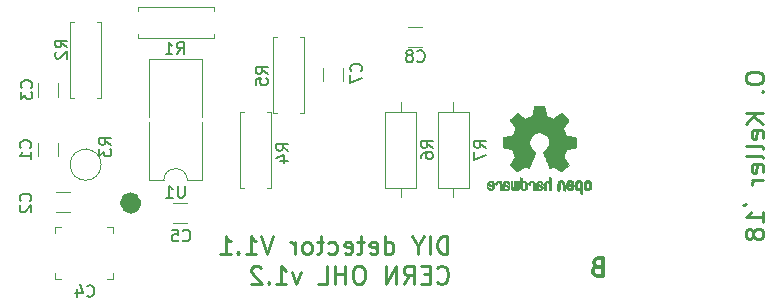
<source format=gbo>
G04 #@! TF.GenerationSoftware,KiCad,Pcbnew,(5.0.0-rc2-dev-691-g31b026c)*
G04 #@! TF.CreationDate,2018-06-05T10:47:32+02:00*
G04 #@! TF.ProjectId,DIY_detector,4449595F6465746563746F722E6B6963,V1.1*
G04 #@! TF.SameCoordinates,Original*
G04 #@! TF.FileFunction,Legend,Bot*
G04 #@! TF.FilePolarity,Positive*
%FSLAX46Y46*%
G04 Gerber Fmt 4.6, Leading zero omitted, Abs format (unit mm)*
G04 Created by KiCad (PCBNEW (5.0.0-rc2-dev-691-g31b026c)) date 2018 June 05, Tuesday 10:47:32*
%MOMM*%
%LPD*%
G01*
G04 APERTURE LIST*
%ADD10C,0.300000*%
%ADD11C,0.250000*%
%ADD12C,1.000000*%
%ADD13C,0.010000*%
%ADD14C,0.120000*%
%ADD15C,0.150000*%
%ADD16R,2.800000X2.000000*%
%ADD17O,2.800000X2.000000*%
%ADD18C,2.000000*%
%ADD19C,0.100000*%
%ADD20O,2.000000X2.000000*%
%ADD21C,6.100000*%
%ADD22C,2.100000*%
%ADD23R,2.100000X2.100000*%
%ADD24O,2.100000X2.100000*%
%ADD25R,2.400000X2.000000*%
%ADD26C,1.500000*%
%ADD27C,0.254000*%
G04 APERTURE END LIST*
D10*
X159892857Y-122392857D02*
X159678571Y-122464285D01*
X159607142Y-122535714D01*
X159535714Y-122678571D01*
X159535714Y-122892857D01*
X159607142Y-123035714D01*
X159678571Y-123107142D01*
X159821428Y-123178571D01*
X160392857Y-123178571D01*
X160392857Y-121678571D01*
X159892857Y-121678571D01*
X159750000Y-121750000D01*
X159678571Y-121821428D01*
X159607142Y-121964285D01*
X159607142Y-122107142D01*
X159678571Y-122250000D01*
X159750000Y-122321428D01*
X159892857Y-122392857D01*
X160392857Y-122392857D01*
D11*
X172428571Y-106285714D02*
X172428571Y-106571428D01*
X172500000Y-106714285D01*
X172642857Y-106857142D01*
X172928571Y-106928571D01*
X173428571Y-106928571D01*
X173714285Y-106857142D01*
X173857142Y-106714285D01*
X173928571Y-106571428D01*
X173928571Y-106285714D01*
X173857142Y-106142857D01*
X173714285Y-106000000D01*
X173428571Y-105928571D01*
X172928571Y-105928571D01*
X172642857Y-106000000D01*
X172500000Y-106142857D01*
X172428571Y-106285714D01*
X173785714Y-107571428D02*
X173857142Y-107642857D01*
X173928571Y-107571428D01*
X173857142Y-107500000D01*
X173785714Y-107571428D01*
X173928571Y-107571428D01*
X173928571Y-109428571D02*
X172428571Y-109428571D01*
X173928571Y-110285714D02*
X173071428Y-109642857D01*
X172428571Y-110285714D02*
X173285714Y-109428571D01*
X173857142Y-111500000D02*
X173928571Y-111357142D01*
X173928571Y-111071428D01*
X173857142Y-110928571D01*
X173714285Y-110857142D01*
X173142857Y-110857142D01*
X173000000Y-110928571D01*
X172928571Y-111071428D01*
X172928571Y-111357142D01*
X173000000Y-111500000D01*
X173142857Y-111571428D01*
X173285714Y-111571428D01*
X173428571Y-110857142D01*
X173928571Y-112428571D02*
X173857142Y-112285714D01*
X173714285Y-112214285D01*
X172428571Y-112214285D01*
X173928571Y-113214285D02*
X173857142Y-113071428D01*
X173714285Y-113000000D01*
X172428571Y-113000000D01*
X173857142Y-114357142D02*
X173928571Y-114214285D01*
X173928571Y-113928571D01*
X173857142Y-113785714D01*
X173714285Y-113714285D01*
X173142857Y-113714285D01*
X173000000Y-113785714D01*
X172928571Y-113928571D01*
X172928571Y-114214285D01*
X173000000Y-114357142D01*
X173142857Y-114428571D01*
X173285714Y-114428571D01*
X173428571Y-113714285D01*
X173928571Y-115071428D02*
X172928571Y-115071428D01*
X173214285Y-115071428D02*
X173071428Y-115142857D01*
X173000000Y-115214285D01*
X172928571Y-115357142D01*
X172928571Y-115500000D01*
X172500000Y-117071428D02*
X172428571Y-117071428D01*
X172285714Y-117142857D01*
X172214285Y-117214285D01*
X173928571Y-118642857D02*
X173928571Y-117785714D01*
X173928571Y-118214285D02*
X172428571Y-118214285D01*
X172642857Y-118071428D01*
X172785714Y-117928571D01*
X172857142Y-117785714D01*
X173071428Y-119500000D02*
X173000000Y-119357142D01*
X172928571Y-119285714D01*
X172785714Y-119214285D01*
X172714285Y-119214285D01*
X172571428Y-119285714D01*
X172500000Y-119357142D01*
X172428571Y-119500000D01*
X172428571Y-119785714D01*
X172500000Y-119928571D01*
X172571428Y-120000000D01*
X172714285Y-120071428D01*
X172785714Y-120071428D01*
X172928571Y-120000000D01*
X173000000Y-119928571D01*
X173071428Y-119785714D01*
X173071428Y-119500000D01*
X173142857Y-119357142D01*
X173214285Y-119285714D01*
X173357142Y-119214285D01*
X173642857Y-119214285D01*
X173785714Y-119285714D01*
X173857142Y-119357142D01*
X173928571Y-119500000D01*
X173928571Y-119785714D01*
X173857142Y-119928571D01*
X173785714Y-120000000D01*
X173642857Y-120071428D01*
X173357142Y-120071428D01*
X173214285Y-120000000D01*
X173142857Y-119928571D01*
X173071428Y-119785714D01*
X147180357Y-121326571D02*
X147180357Y-119826571D01*
X146823214Y-119826571D01*
X146608928Y-119898000D01*
X146466071Y-120040857D01*
X146394642Y-120183714D01*
X146323214Y-120469428D01*
X146323214Y-120683714D01*
X146394642Y-120969428D01*
X146466071Y-121112285D01*
X146608928Y-121255142D01*
X146823214Y-121326571D01*
X147180357Y-121326571D01*
X145680357Y-121326571D02*
X145680357Y-119826571D01*
X144680357Y-120612285D02*
X144680357Y-121326571D01*
X145180357Y-119826571D02*
X144680357Y-120612285D01*
X144180357Y-119826571D01*
X141894642Y-121326571D02*
X141894642Y-119826571D01*
X141894642Y-121255142D02*
X142037500Y-121326571D01*
X142323214Y-121326571D01*
X142466071Y-121255142D01*
X142537500Y-121183714D01*
X142608928Y-121040857D01*
X142608928Y-120612285D01*
X142537500Y-120469428D01*
X142466071Y-120398000D01*
X142323214Y-120326571D01*
X142037500Y-120326571D01*
X141894642Y-120398000D01*
X140608928Y-121255142D02*
X140751785Y-121326571D01*
X141037500Y-121326571D01*
X141180357Y-121255142D01*
X141251785Y-121112285D01*
X141251785Y-120540857D01*
X141180357Y-120398000D01*
X141037500Y-120326571D01*
X140751785Y-120326571D01*
X140608928Y-120398000D01*
X140537500Y-120540857D01*
X140537500Y-120683714D01*
X141251785Y-120826571D01*
X140108928Y-120326571D02*
X139537500Y-120326571D01*
X139894642Y-119826571D02*
X139894642Y-121112285D01*
X139823214Y-121255142D01*
X139680357Y-121326571D01*
X139537500Y-121326571D01*
X138466071Y-121255142D02*
X138608928Y-121326571D01*
X138894642Y-121326571D01*
X139037500Y-121255142D01*
X139108928Y-121112285D01*
X139108928Y-120540857D01*
X139037500Y-120398000D01*
X138894642Y-120326571D01*
X138608928Y-120326571D01*
X138466071Y-120398000D01*
X138394642Y-120540857D01*
X138394642Y-120683714D01*
X139108928Y-120826571D01*
X137108928Y-121255142D02*
X137251785Y-121326571D01*
X137537500Y-121326571D01*
X137680357Y-121255142D01*
X137751785Y-121183714D01*
X137823214Y-121040857D01*
X137823214Y-120612285D01*
X137751785Y-120469428D01*
X137680357Y-120398000D01*
X137537500Y-120326571D01*
X137251785Y-120326571D01*
X137108928Y-120398000D01*
X136680357Y-120326571D02*
X136108928Y-120326571D01*
X136466071Y-119826571D02*
X136466071Y-121112285D01*
X136394642Y-121255142D01*
X136251785Y-121326571D01*
X136108928Y-121326571D01*
X135394642Y-121326571D02*
X135537500Y-121255142D01*
X135608928Y-121183714D01*
X135680357Y-121040857D01*
X135680357Y-120612285D01*
X135608928Y-120469428D01*
X135537500Y-120398000D01*
X135394642Y-120326571D01*
X135180357Y-120326571D01*
X135037500Y-120398000D01*
X134966071Y-120469428D01*
X134894642Y-120612285D01*
X134894642Y-121040857D01*
X134966071Y-121183714D01*
X135037500Y-121255142D01*
X135180357Y-121326571D01*
X135394642Y-121326571D01*
X134251785Y-121326571D02*
X134251785Y-120326571D01*
X134251785Y-120612285D02*
X134180357Y-120469428D01*
X134108928Y-120398000D01*
X133966071Y-120326571D01*
X133823214Y-120326571D01*
X132394642Y-119826571D02*
X131894642Y-121326571D01*
X131394642Y-119826571D01*
X130108928Y-121326571D02*
X130966071Y-121326571D01*
X130537500Y-121326571D02*
X130537500Y-119826571D01*
X130680357Y-120040857D01*
X130823214Y-120183714D01*
X130966071Y-120255142D01*
X129466071Y-121183714D02*
X129394642Y-121255142D01*
X129466071Y-121326571D01*
X129537500Y-121255142D01*
X129466071Y-121183714D01*
X129466071Y-121326571D01*
X127966071Y-121326571D02*
X128823214Y-121326571D01*
X128394642Y-121326571D02*
X128394642Y-119826571D01*
X128537500Y-120040857D01*
X128680357Y-120183714D01*
X128823214Y-120255142D01*
X146323214Y-123683714D02*
X146394642Y-123755142D01*
X146608928Y-123826571D01*
X146751785Y-123826571D01*
X146966071Y-123755142D01*
X147108928Y-123612285D01*
X147180357Y-123469428D01*
X147251785Y-123183714D01*
X147251785Y-122969428D01*
X147180357Y-122683714D01*
X147108928Y-122540857D01*
X146966071Y-122398000D01*
X146751785Y-122326571D01*
X146608928Y-122326571D01*
X146394642Y-122398000D01*
X146323214Y-122469428D01*
X145680357Y-123040857D02*
X145180357Y-123040857D01*
X144966071Y-123826571D02*
X145680357Y-123826571D01*
X145680357Y-122326571D01*
X144966071Y-122326571D01*
X143466071Y-123826571D02*
X143966071Y-123112285D01*
X144323214Y-123826571D02*
X144323214Y-122326571D01*
X143751785Y-122326571D01*
X143608928Y-122398000D01*
X143537500Y-122469428D01*
X143466071Y-122612285D01*
X143466071Y-122826571D01*
X143537500Y-122969428D01*
X143608928Y-123040857D01*
X143751785Y-123112285D01*
X144323214Y-123112285D01*
X142823214Y-123826571D02*
X142823214Y-122326571D01*
X141966071Y-123826571D01*
X141966071Y-122326571D01*
X139823214Y-122326571D02*
X139537500Y-122326571D01*
X139394642Y-122398000D01*
X139251785Y-122540857D01*
X139180357Y-122826571D01*
X139180357Y-123326571D01*
X139251785Y-123612285D01*
X139394642Y-123755142D01*
X139537500Y-123826571D01*
X139823214Y-123826571D01*
X139966071Y-123755142D01*
X140108928Y-123612285D01*
X140180357Y-123326571D01*
X140180357Y-122826571D01*
X140108928Y-122540857D01*
X139966071Y-122398000D01*
X139823214Y-122326571D01*
X138537500Y-123826571D02*
X138537500Y-122326571D01*
X138537500Y-123040857D02*
X137680357Y-123040857D01*
X137680357Y-123826571D02*
X137680357Y-122326571D01*
X136251785Y-123826571D02*
X136966071Y-123826571D01*
X136966071Y-122326571D01*
X134751785Y-122826571D02*
X134394642Y-123826571D01*
X134037500Y-122826571D01*
X132680357Y-123826571D02*
X133537500Y-123826571D01*
X133108928Y-123826571D02*
X133108928Y-122326571D01*
X133251785Y-122540857D01*
X133394642Y-122683714D01*
X133537500Y-122755142D01*
X132037500Y-123683714D02*
X131966071Y-123755142D01*
X132037500Y-123826571D01*
X132108928Y-123755142D01*
X132037500Y-123683714D01*
X132037500Y-123826571D01*
X131394642Y-122469428D02*
X131323214Y-122398000D01*
X131180357Y-122326571D01*
X130823214Y-122326571D01*
X130680357Y-122398000D01*
X130608928Y-122469428D01*
X130537500Y-122612285D01*
X130537500Y-122755142D01*
X130608928Y-122969428D01*
X131466071Y-123826571D01*
X130537500Y-123826571D01*
D12*
X120756609Y-117008500D02*
G75*
G03X120756609Y-117008500I-401609J0D01*
G01*
D13*
G36*
X154810122Y-108787776D02*
X154704388Y-108788355D01*
X154627868Y-108789922D01*
X154575628Y-108792972D01*
X154542737Y-108797996D01*
X154524263Y-108805489D01*
X154515273Y-108815944D01*
X154510837Y-108829853D01*
X154510406Y-108831654D01*
X154503667Y-108864145D01*
X154491192Y-108928252D01*
X154474281Y-109017151D01*
X154454229Y-109124019D01*
X154432336Y-109242033D01*
X154431571Y-109246178D01*
X154409641Y-109361831D01*
X154389123Y-109464014D01*
X154371341Y-109546598D01*
X154357619Y-109603456D01*
X154349282Y-109628458D01*
X154348884Y-109628901D01*
X154324323Y-109641110D01*
X154273685Y-109661456D01*
X154207905Y-109685545D01*
X154207539Y-109685674D01*
X154124683Y-109716818D01*
X154027000Y-109756491D01*
X153934923Y-109796381D01*
X153930566Y-109798353D01*
X153780593Y-109866420D01*
X153448502Y-109639639D01*
X153346626Y-109570504D01*
X153254343Y-109508697D01*
X153176997Y-109457733D01*
X153119936Y-109421127D01*
X153088505Y-109402394D01*
X153085521Y-109401004D01*
X153062679Y-109407190D01*
X153020018Y-109437035D01*
X152955872Y-109491947D01*
X152868579Y-109573334D01*
X152779465Y-109659922D01*
X152693559Y-109745247D01*
X152616673Y-109823108D01*
X152553436Y-109888697D01*
X152508477Y-109937205D01*
X152486424Y-109963825D01*
X152485604Y-109965195D01*
X152483166Y-109983463D01*
X152492350Y-110013295D01*
X152515426Y-110058721D01*
X152554663Y-110123770D01*
X152612330Y-110212470D01*
X152689205Y-110326657D01*
X152757430Y-110427162D01*
X152818418Y-110517303D01*
X152868644Y-110591849D01*
X152904584Y-110645565D01*
X152922713Y-110673218D01*
X152923854Y-110675095D01*
X152921641Y-110701590D01*
X152904862Y-110753086D01*
X152876858Y-110819851D01*
X152866878Y-110841172D01*
X152823328Y-110936159D01*
X152776866Y-111043937D01*
X152739123Y-111137192D01*
X152711927Y-111206406D01*
X152690325Y-111259006D01*
X152677842Y-111286497D01*
X152676291Y-111288616D01*
X152653332Y-111292124D01*
X152599214Y-111301738D01*
X152521132Y-111316089D01*
X152426281Y-111333807D01*
X152321857Y-111353525D01*
X152215056Y-111373874D01*
X152113074Y-111393486D01*
X152023106Y-111410991D01*
X151952347Y-111425022D01*
X151907994Y-111434209D01*
X151897115Y-111436807D01*
X151885878Y-111443218D01*
X151877395Y-111457697D01*
X151871286Y-111485133D01*
X151867168Y-111530411D01*
X151864659Y-111598420D01*
X151863379Y-111694047D01*
X151862946Y-111822180D01*
X151862923Y-111874701D01*
X151862923Y-112301845D01*
X151965500Y-112322091D01*
X152022569Y-112333070D01*
X152107731Y-112349095D01*
X152210628Y-112368233D01*
X152320904Y-112388551D01*
X152351385Y-112394132D01*
X152453145Y-112413917D01*
X152541795Y-112433373D01*
X152609892Y-112450697D01*
X152649996Y-112464088D01*
X152656677Y-112468079D01*
X152673081Y-112496342D01*
X152696601Y-112551109D01*
X152722684Y-112621588D01*
X152727858Y-112636769D01*
X152762044Y-112730896D01*
X152804477Y-112837101D01*
X152846003Y-112932473D01*
X152846208Y-112932916D01*
X152915360Y-113082525D01*
X152460488Y-113751617D01*
X152752500Y-114044116D01*
X152840820Y-114131170D01*
X152921375Y-114207909D01*
X152989640Y-114270237D01*
X153041092Y-114314056D01*
X153071206Y-114335270D01*
X153075526Y-114336616D01*
X153100889Y-114326016D01*
X153152642Y-114296547D01*
X153225132Y-114251705D01*
X153312706Y-114194984D01*
X153407388Y-114131462D01*
X153503484Y-114066668D01*
X153589163Y-114010287D01*
X153658984Y-113965788D01*
X153707506Y-113936639D01*
X153729218Y-113926308D01*
X153755707Y-113935050D01*
X153805938Y-113958087D01*
X153869549Y-113990631D01*
X153876292Y-113994249D01*
X153961954Y-114037210D01*
X154020694Y-114058279D01*
X154057228Y-114058503D01*
X154076269Y-114038928D01*
X154076380Y-114038654D01*
X154085898Y-114015472D01*
X154108597Y-113960441D01*
X154142718Y-113877822D01*
X154186500Y-113771872D01*
X154238184Y-113646852D01*
X154296008Y-113507020D01*
X154352009Y-113371637D01*
X154413553Y-113222234D01*
X154470061Y-113083832D01*
X154519839Y-112960673D01*
X154561194Y-112857002D01*
X154592432Y-112777059D01*
X154611859Y-112725088D01*
X154617846Y-112705692D01*
X154602832Y-112683443D01*
X154563561Y-112647982D01*
X154511193Y-112608887D01*
X154362059Y-112485245D01*
X154245489Y-112343522D01*
X154162882Y-112186704D01*
X154115634Y-112017775D01*
X154105143Y-111839722D01*
X154112769Y-111757539D01*
X154154318Y-111587031D01*
X154225877Y-111436459D01*
X154323005Y-111307309D01*
X154441266Y-111201064D01*
X154576220Y-111119210D01*
X154723429Y-111063232D01*
X154878456Y-111034615D01*
X155036861Y-111034844D01*
X155194206Y-111065405D01*
X155346054Y-111127782D01*
X155487965Y-111223460D01*
X155547197Y-111277572D01*
X155660797Y-111416520D01*
X155739894Y-111568361D01*
X155785014Y-111728667D01*
X155796684Y-111893012D01*
X155775431Y-112056971D01*
X155721780Y-112216118D01*
X155636260Y-112366025D01*
X155519395Y-112502267D01*
X155388807Y-112608887D01*
X155334412Y-112649642D01*
X155295986Y-112684718D01*
X155282154Y-112705726D01*
X155289397Y-112728635D01*
X155309995Y-112783365D01*
X155342254Y-112865672D01*
X155384479Y-112971315D01*
X155434977Y-113096050D01*
X155492052Y-113235636D01*
X155548146Y-113371670D01*
X155610033Y-113521201D01*
X155667356Y-113659767D01*
X155718356Y-113783107D01*
X155761273Y-113886964D01*
X155794347Y-113967080D01*
X155815819Y-114019195D01*
X155823775Y-114038654D01*
X155842571Y-114058423D01*
X155878926Y-114058365D01*
X155937521Y-114037441D01*
X156023032Y-113994613D01*
X156023708Y-113994249D01*
X156088093Y-113961012D01*
X156140139Y-113936802D01*
X156169488Y-113926404D01*
X156170783Y-113926308D01*
X156192876Y-113936855D01*
X156241652Y-113966184D01*
X156311669Y-114010827D01*
X156397486Y-114067314D01*
X156492612Y-114131462D01*
X156589460Y-114196411D01*
X156676747Y-114252896D01*
X156748819Y-114297421D01*
X156800023Y-114326490D01*
X156824474Y-114336616D01*
X156846990Y-114323307D01*
X156892258Y-114286112D01*
X156955756Y-114229128D01*
X157032961Y-114156449D01*
X157119349Y-114072171D01*
X157147601Y-114044016D01*
X157439713Y-113751416D01*
X157217369Y-113425104D01*
X157149798Y-113324897D01*
X157090493Y-113234963D01*
X157042783Y-113160510D01*
X157009993Y-113106751D01*
X156995452Y-113078894D01*
X156995026Y-113076912D01*
X157002692Y-113050655D01*
X157023311Y-112997837D01*
X157053315Y-112927310D01*
X157074375Y-112880093D01*
X157113752Y-112789694D01*
X157150835Y-112698366D01*
X157179585Y-112621200D01*
X157187395Y-112597692D01*
X157209583Y-112534916D01*
X157231273Y-112486411D01*
X157243187Y-112468079D01*
X157269477Y-112456859D01*
X157326858Y-112440954D01*
X157407882Y-112422167D01*
X157505105Y-112402299D01*
X157548615Y-112394132D01*
X157659104Y-112373829D01*
X157765084Y-112354170D01*
X157856199Y-112337088D01*
X157922092Y-112324518D01*
X157934500Y-112322091D01*
X158037077Y-112301845D01*
X158037077Y-111874701D01*
X158036847Y-111734246D01*
X158035901Y-111627979D01*
X158033859Y-111551013D01*
X158030338Y-111498460D01*
X158024957Y-111465433D01*
X158017334Y-111447045D01*
X158007088Y-111438408D01*
X158002885Y-111436807D01*
X157977530Y-111431127D01*
X157921516Y-111419795D01*
X157842036Y-111404179D01*
X157746288Y-111385647D01*
X157641467Y-111365569D01*
X157534768Y-111345312D01*
X157433387Y-111326246D01*
X157344521Y-111309739D01*
X157275363Y-111297159D01*
X157233111Y-111289875D01*
X157223710Y-111288616D01*
X157215193Y-111271763D01*
X157196340Y-111226870D01*
X157170676Y-111162430D01*
X157160877Y-111137192D01*
X157121352Y-111039686D01*
X157074808Y-110931959D01*
X157033123Y-110841172D01*
X157002450Y-110771753D01*
X156982044Y-110714710D01*
X156975232Y-110679777D01*
X156976318Y-110675095D01*
X156990715Y-110652991D01*
X157023588Y-110603831D01*
X157071410Y-110532848D01*
X157130652Y-110445278D01*
X157197785Y-110346357D01*
X157211059Y-110326830D01*
X157288954Y-110211140D01*
X157346213Y-110123044D01*
X157385119Y-110058486D01*
X157407956Y-110013411D01*
X157417006Y-109983763D01*
X157414552Y-109965485D01*
X157414489Y-109965369D01*
X157395173Y-109941361D01*
X157352449Y-109894947D01*
X157290949Y-109830937D01*
X157215302Y-109754145D01*
X157130139Y-109669382D01*
X157120535Y-109659922D01*
X157013210Y-109555989D01*
X156930385Y-109479675D01*
X156870395Y-109429571D01*
X156831577Y-109404270D01*
X156814480Y-109401004D01*
X156789527Y-109415250D01*
X156737745Y-109448156D01*
X156664480Y-109496208D01*
X156575080Y-109555890D01*
X156474889Y-109623688D01*
X156451499Y-109639639D01*
X156119407Y-109866420D01*
X155969435Y-109798353D01*
X155878230Y-109758685D01*
X155780331Y-109718791D01*
X155696169Y-109686983D01*
X155692462Y-109685674D01*
X155626631Y-109661576D01*
X155575884Y-109641200D01*
X155551158Y-109628936D01*
X155551116Y-109628901D01*
X155543271Y-109606734D01*
X155529934Y-109552217D01*
X155512430Y-109471480D01*
X155492083Y-109370650D01*
X155470218Y-109255856D01*
X155468429Y-109246178D01*
X155446496Y-109127904D01*
X155426360Y-109020542D01*
X155409320Y-108930917D01*
X155396672Y-108865851D01*
X155389716Y-108832168D01*
X155389594Y-108831654D01*
X155385361Y-108817325D01*
X155377129Y-108806507D01*
X155359967Y-108798706D01*
X155328942Y-108793429D01*
X155279122Y-108790182D01*
X155205576Y-108788472D01*
X155103371Y-108787807D01*
X154967575Y-108787693D01*
X154950000Y-108787692D01*
X154810122Y-108787776D01*
X154810122Y-108787776D01*
G37*
X154810122Y-108787776D02*
X154704388Y-108788355D01*
X154627868Y-108789922D01*
X154575628Y-108792972D01*
X154542737Y-108797996D01*
X154524263Y-108805489D01*
X154515273Y-108815944D01*
X154510837Y-108829853D01*
X154510406Y-108831654D01*
X154503667Y-108864145D01*
X154491192Y-108928252D01*
X154474281Y-109017151D01*
X154454229Y-109124019D01*
X154432336Y-109242033D01*
X154431571Y-109246178D01*
X154409641Y-109361831D01*
X154389123Y-109464014D01*
X154371341Y-109546598D01*
X154357619Y-109603456D01*
X154349282Y-109628458D01*
X154348884Y-109628901D01*
X154324323Y-109641110D01*
X154273685Y-109661456D01*
X154207905Y-109685545D01*
X154207539Y-109685674D01*
X154124683Y-109716818D01*
X154027000Y-109756491D01*
X153934923Y-109796381D01*
X153930566Y-109798353D01*
X153780593Y-109866420D01*
X153448502Y-109639639D01*
X153346626Y-109570504D01*
X153254343Y-109508697D01*
X153176997Y-109457733D01*
X153119936Y-109421127D01*
X153088505Y-109402394D01*
X153085521Y-109401004D01*
X153062679Y-109407190D01*
X153020018Y-109437035D01*
X152955872Y-109491947D01*
X152868579Y-109573334D01*
X152779465Y-109659922D01*
X152693559Y-109745247D01*
X152616673Y-109823108D01*
X152553436Y-109888697D01*
X152508477Y-109937205D01*
X152486424Y-109963825D01*
X152485604Y-109965195D01*
X152483166Y-109983463D01*
X152492350Y-110013295D01*
X152515426Y-110058721D01*
X152554663Y-110123770D01*
X152612330Y-110212470D01*
X152689205Y-110326657D01*
X152757430Y-110427162D01*
X152818418Y-110517303D01*
X152868644Y-110591849D01*
X152904584Y-110645565D01*
X152922713Y-110673218D01*
X152923854Y-110675095D01*
X152921641Y-110701590D01*
X152904862Y-110753086D01*
X152876858Y-110819851D01*
X152866878Y-110841172D01*
X152823328Y-110936159D01*
X152776866Y-111043937D01*
X152739123Y-111137192D01*
X152711927Y-111206406D01*
X152690325Y-111259006D01*
X152677842Y-111286497D01*
X152676291Y-111288616D01*
X152653332Y-111292124D01*
X152599214Y-111301738D01*
X152521132Y-111316089D01*
X152426281Y-111333807D01*
X152321857Y-111353525D01*
X152215056Y-111373874D01*
X152113074Y-111393486D01*
X152023106Y-111410991D01*
X151952347Y-111425022D01*
X151907994Y-111434209D01*
X151897115Y-111436807D01*
X151885878Y-111443218D01*
X151877395Y-111457697D01*
X151871286Y-111485133D01*
X151867168Y-111530411D01*
X151864659Y-111598420D01*
X151863379Y-111694047D01*
X151862946Y-111822180D01*
X151862923Y-111874701D01*
X151862923Y-112301845D01*
X151965500Y-112322091D01*
X152022569Y-112333070D01*
X152107731Y-112349095D01*
X152210628Y-112368233D01*
X152320904Y-112388551D01*
X152351385Y-112394132D01*
X152453145Y-112413917D01*
X152541795Y-112433373D01*
X152609892Y-112450697D01*
X152649996Y-112464088D01*
X152656677Y-112468079D01*
X152673081Y-112496342D01*
X152696601Y-112551109D01*
X152722684Y-112621588D01*
X152727858Y-112636769D01*
X152762044Y-112730896D01*
X152804477Y-112837101D01*
X152846003Y-112932473D01*
X152846208Y-112932916D01*
X152915360Y-113082525D01*
X152460488Y-113751617D01*
X152752500Y-114044116D01*
X152840820Y-114131170D01*
X152921375Y-114207909D01*
X152989640Y-114270237D01*
X153041092Y-114314056D01*
X153071206Y-114335270D01*
X153075526Y-114336616D01*
X153100889Y-114326016D01*
X153152642Y-114296547D01*
X153225132Y-114251705D01*
X153312706Y-114194984D01*
X153407388Y-114131462D01*
X153503484Y-114066668D01*
X153589163Y-114010287D01*
X153658984Y-113965788D01*
X153707506Y-113936639D01*
X153729218Y-113926308D01*
X153755707Y-113935050D01*
X153805938Y-113958087D01*
X153869549Y-113990631D01*
X153876292Y-113994249D01*
X153961954Y-114037210D01*
X154020694Y-114058279D01*
X154057228Y-114058503D01*
X154076269Y-114038928D01*
X154076380Y-114038654D01*
X154085898Y-114015472D01*
X154108597Y-113960441D01*
X154142718Y-113877822D01*
X154186500Y-113771872D01*
X154238184Y-113646852D01*
X154296008Y-113507020D01*
X154352009Y-113371637D01*
X154413553Y-113222234D01*
X154470061Y-113083832D01*
X154519839Y-112960673D01*
X154561194Y-112857002D01*
X154592432Y-112777059D01*
X154611859Y-112725088D01*
X154617846Y-112705692D01*
X154602832Y-112683443D01*
X154563561Y-112647982D01*
X154511193Y-112608887D01*
X154362059Y-112485245D01*
X154245489Y-112343522D01*
X154162882Y-112186704D01*
X154115634Y-112017775D01*
X154105143Y-111839722D01*
X154112769Y-111757539D01*
X154154318Y-111587031D01*
X154225877Y-111436459D01*
X154323005Y-111307309D01*
X154441266Y-111201064D01*
X154576220Y-111119210D01*
X154723429Y-111063232D01*
X154878456Y-111034615D01*
X155036861Y-111034844D01*
X155194206Y-111065405D01*
X155346054Y-111127782D01*
X155487965Y-111223460D01*
X155547197Y-111277572D01*
X155660797Y-111416520D01*
X155739894Y-111568361D01*
X155785014Y-111728667D01*
X155796684Y-111893012D01*
X155775431Y-112056971D01*
X155721780Y-112216118D01*
X155636260Y-112366025D01*
X155519395Y-112502267D01*
X155388807Y-112608887D01*
X155334412Y-112649642D01*
X155295986Y-112684718D01*
X155282154Y-112705726D01*
X155289397Y-112728635D01*
X155309995Y-112783365D01*
X155342254Y-112865672D01*
X155384479Y-112971315D01*
X155434977Y-113096050D01*
X155492052Y-113235636D01*
X155548146Y-113371670D01*
X155610033Y-113521201D01*
X155667356Y-113659767D01*
X155718356Y-113783107D01*
X155761273Y-113886964D01*
X155794347Y-113967080D01*
X155815819Y-114019195D01*
X155823775Y-114038654D01*
X155842571Y-114058423D01*
X155878926Y-114058365D01*
X155937521Y-114037441D01*
X156023032Y-113994613D01*
X156023708Y-113994249D01*
X156088093Y-113961012D01*
X156140139Y-113936802D01*
X156169488Y-113926404D01*
X156170783Y-113926308D01*
X156192876Y-113936855D01*
X156241652Y-113966184D01*
X156311669Y-114010827D01*
X156397486Y-114067314D01*
X156492612Y-114131462D01*
X156589460Y-114196411D01*
X156676747Y-114252896D01*
X156748819Y-114297421D01*
X156800023Y-114326490D01*
X156824474Y-114336616D01*
X156846990Y-114323307D01*
X156892258Y-114286112D01*
X156955756Y-114229128D01*
X157032961Y-114156449D01*
X157119349Y-114072171D01*
X157147601Y-114044016D01*
X157439713Y-113751416D01*
X157217369Y-113425104D01*
X157149798Y-113324897D01*
X157090493Y-113234963D01*
X157042783Y-113160510D01*
X157009993Y-113106751D01*
X156995452Y-113078894D01*
X156995026Y-113076912D01*
X157002692Y-113050655D01*
X157023311Y-112997837D01*
X157053315Y-112927310D01*
X157074375Y-112880093D01*
X157113752Y-112789694D01*
X157150835Y-112698366D01*
X157179585Y-112621200D01*
X157187395Y-112597692D01*
X157209583Y-112534916D01*
X157231273Y-112486411D01*
X157243187Y-112468079D01*
X157269477Y-112456859D01*
X157326858Y-112440954D01*
X157407882Y-112422167D01*
X157505105Y-112402299D01*
X157548615Y-112394132D01*
X157659104Y-112373829D01*
X157765084Y-112354170D01*
X157856199Y-112337088D01*
X157922092Y-112324518D01*
X157934500Y-112322091D01*
X158037077Y-112301845D01*
X158037077Y-111874701D01*
X158036847Y-111734246D01*
X158035901Y-111627979D01*
X158033859Y-111551013D01*
X158030338Y-111498460D01*
X158024957Y-111465433D01*
X158017334Y-111447045D01*
X158007088Y-111438408D01*
X158002885Y-111436807D01*
X157977530Y-111431127D01*
X157921516Y-111419795D01*
X157842036Y-111404179D01*
X157746288Y-111385647D01*
X157641467Y-111365569D01*
X157534768Y-111345312D01*
X157433387Y-111326246D01*
X157344521Y-111309739D01*
X157275363Y-111297159D01*
X157233111Y-111289875D01*
X157223710Y-111288616D01*
X157215193Y-111271763D01*
X157196340Y-111226870D01*
X157170676Y-111162430D01*
X157160877Y-111137192D01*
X157121352Y-111039686D01*
X157074808Y-110931959D01*
X157033123Y-110841172D01*
X157002450Y-110771753D01*
X156982044Y-110714710D01*
X156975232Y-110679777D01*
X156976318Y-110675095D01*
X156990715Y-110652991D01*
X157023588Y-110603831D01*
X157071410Y-110532848D01*
X157130652Y-110445278D01*
X157197785Y-110346357D01*
X157211059Y-110326830D01*
X157288954Y-110211140D01*
X157346213Y-110123044D01*
X157385119Y-110058486D01*
X157407956Y-110013411D01*
X157417006Y-109983763D01*
X157414552Y-109965485D01*
X157414489Y-109965369D01*
X157395173Y-109941361D01*
X157352449Y-109894947D01*
X157290949Y-109830937D01*
X157215302Y-109754145D01*
X157130139Y-109669382D01*
X157120535Y-109659922D01*
X157013210Y-109555989D01*
X156930385Y-109479675D01*
X156870395Y-109429571D01*
X156831577Y-109404270D01*
X156814480Y-109401004D01*
X156789527Y-109415250D01*
X156737745Y-109448156D01*
X156664480Y-109496208D01*
X156575080Y-109555890D01*
X156474889Y-109623688D01*
X156451499Y-109639639D01*
X156119407Y-109866420D01*
X155969435Y-109798353D01*
X155878230Y-109758685D01*
X155780331Y-109718791D01*
X155696169Y-109686983D01*
X155692462Y-109685674D01*
X155626631Y-109661576D01*
X155575884Y-109641200D01*
X155551158Y-109628936D01*
X155551116Y-109628901D01*
X155543271Y-109606734D01*
X155529934Y-109552217D01*
X155512430Y-109471480D01*
X155492083Y-109370650D01*
X155470218Y-109255856D01*
X155468429Y-109246178D01*
X155446496Y-109127904D01*
X155426360Y-109020542D01*
X155409320Y-108930917D01*
X155396672Y-108865851D01*
X155389716Y-108832168D01*
X155389594Y-108831654D01*
X155385361Y-108817325D01*
X155377129Y-108806507D01*
X155359967Y-108798706D01*
X155328942Y-108793429D01*
X155279122Y-108790182D01*
X155205576Y-108788472D01*
X155103371Y-108787807D01*
X154967575Y-108787693D01*
X154950000Y-108787692D01*
X154810122Y-108787776D01*
G36*
X150704776Y-115147838D02*
X150627472Y-115198361D01*
X150590186Y-115243590D01*
X150560647Y-115325663D01*
X150558301Y-115390607D01*
X150563615Y-115477445D01*
X150763885Y-115565103D01*
X150861261Y-115609887D01*
X150924887Y-115645913D01*
X150957971Y-115677117D01*
X150963720Y-115707436D01*
X150945342Y-115740805D01*
X150925077Y-115762923D01*
X150866111Y-115798393D01*
X150801976Y-115800879D01*
X150743074Y-115773235D01*
X150699803Y-115718320D01*
X150692064Y-115698928D01*
X150654994Y-115638364D01*
X150612346Y-115612552D01*
X150553846Y-115590471D01*
X150553846Y-115674184D01*
X150559018Y-115731150D01*
X150579277Y-115779189D01*
X150621738Y-115834346D01*
X150628049Y-115841514D01*
X150675280Y-115890585D01*
X150715879Y-115916920D01*
X150766672Y-115929035D01*
X150808780Y-115933003D01*
X150884098Y-115933991D01*
X150937714Y-115921466D01*
X150971162Y-115902869D01*
X151023732Y-115861975D01*
X151060121Y-115817748D01*
X151083150Y-115762126D01*
X151095641Y-115687047D01*
X151100413Y-115584449D01*
X151100794Y-115532376D01*
X151099499Y-115469948D01*
X150981529Y-115469948D01*
X150980161Y-115503438D01*
X150976751Y-115508923D01*
X150954247Y-115501472D01*
X150905818Y-115481753D01*
X150841092Y-115453718D01*
X150827557Y-115447692D01*
X150745756Y-115406096D01*
X150700688Y-115369538D01*
X150690783Y-115335296D01*
X150714474Y-115300648D01*
X150734040Y-115285339D01*
X150804640Y-115254721D01*
X150870720Y-115259780D01*
X150926041Y-115297151D01*
X150964364Y-115363473D01*
X150976651Y-115416116D01*
X150981529Y-115469948D01*
X151099499Y-115469948D01*
X151098270Y-115410720D01*
X151088968Y-115320710D01*
X151070540Y-115255167D01*
X151040640Y-115206912D01*
X150996920Y-115168767D01*
X150977859Y-115156440D01*
X150891274Y-115124336D01*
X150796478Y-115122316D01*
X150704776Y-115147838D01*
X150704776Y-115147838D01*
G37*
X150704776Y-115147838D02*
X150627472Y-115198361D01*
X150590186Y-115243590D01*
X150560647Y-115325663D01*
X150558301Y-115390607D01*
X150563615Y-115477445D01*
X150763885Y-115565103D01*
X150861261Y-115609887D01*
X150924887Y-115645913D01*
X150957971Y-115677117D01*
X150963720Y-115707436D01*
X150945342Y-115740805D01*
X150925077Y-115762923D01*
X150866111Y-115798393D01*
X150801976Y-115800879D01*
X150743074Y-115773235D01*
X150699803Y-115718320D01*
X150692064Y-115698928D01*
X150654994Y-115638364D01*
X150612346Y-115612552D01*
X150553846Y-115590471D01*
X150553846Y-115674184D01*
X150559018Y-115731150D01*
X150579277Y-115779189D01*
X150621738Y-115834346D01*
X150628049Y-115841514D01*
X150675280Y-115890585D01*
X150715879Y-115916920D01*
X150766672Y-115929035D01*
X150808780Y-115933003D01*
X150884098Y-115933991D01*
X150937714Y-115921466D01*
X150971162Y-115902869D01*
X151023732Y-115861975D01*
X151060121Y-115817748D01*
X151083150Y-115762126D01*
X151095641Y-115687047D01*
X151100413Y-115584449D01*
X151100794Y-115532376D01*
X151099499Y-115469948D01*
X150981529Y-115469948D01*
X150980161Y-115503438D01*
X150976751Y-115508923D01*
X150954247Y-115501472D01*
X150905818Y-115481753D01*
X150841092Y-115453718D01*
X150827557Y-115447692D01*
X150745756Y-115406096D01*
X150700688Y-115369538D01*
X150690783Y-115335296D01*
X150714474Y-115300648D01*
X150734040Y-115285339D01*
X150804640Y-115254721D01*
X150870720Y-115259780D01*
X150926041Y-115297151D01*
X150964364Y-115363473D01*
X150976651Y-115416116D01*
X150981529Y-115469948D01*
X151099499Y-115469948D01*
X151098270Y-115410720D01*
X151088968Y-115320710D01*
X151070540Y-115255167D01*
X151040640Y-115206912D01*
X150996920Y-115168767D01*
X150977859Y-115156440D01*
X150891274Y-115124336D01*
X150796478Y-115122316D01*
X150704776Y-115147838D01*
G36*
X151379193Y-115136782D02*
X151355839Y-115146988D01*
X151300098Y-115191134D01*
X151252431Y-115254967D01*
X151222952Y-115323087D01*
X151218154Y-115356670D01*
X151234240Y-115403556D01*
X151269525Y-115428365D01*
X151307356Y-115443387D01*
X151324679Y-115446155D01*
X151333114Y-115426066D01*
X151349770Y-115382351D01*
X151357077Y-115362598D01*
X151398052Y-115294271D01*
X151457378Y-115260191D01*
X151533448Y-115261239D01*
X151539082Y-115262581D01*
X151579695Y-115281836D01*
X151609552Y-115319375D01*
X151629945Y-115379809D01*
X151642164Y-115467751D01*
X151647500Y-115587813D01*
X151648000Y-115651698D01*
X151648248Y-115752403D01*
X151649874Y-115821054D01*
X151654199Y-115864673D01*
X151662546Y-115890282D01*
X151676235Y-115904903D01*
X151696589Y-115915558D01*
X151697766Y-115916095D01*
X151736962Y-115932667D01*
X151756381Y-115938769D01*
X151759365Y-115920319D01*
X151761919Y-115869323D01*
X151763860Y-115792308D01*
X151765003Y-115695805D01*
X151765231Y-115625184D01*
X151764068Y-115488525D01*
X151759521Y-115384851D01*
X151750001Y-115308108D01*
X151733919Y-115252246D01*
X151709687Y-115211212D01*
X151675714Y-115178954D01*
X151642167Y-115156440D01*
X151561501Y-115126476D01*
X151467619Y-115119718D01*
X151379193Y-115136782D01*
X151379193Y-115136782D01*
G37*
X151379193Y-115136782D02*
X151355839Y-115146988D01*
X151300098Y-115191134D01*
X151252431Y-115254967D01*
X151222952Y-115323087D01*
X151218154Y-115356670D01*
X151234240Y-115403556D01*
X151269525Y-115428365D01*
X151307356Y-115443387D01*
X151324679Y-115446155D01*
X151333114Y-115426066D01*
X151349770Y-115382351D01*
X151357077Y-115362598D01*
X151398052Y-115294271D01*
X151457378Y-115260191D01*
X151533448Y-115261239D01*
X151539082Y-115262581D01*
X151579695Y-115281836D01*
X151609552Y-115319375D01*
X151629945Y-115379809D01*
X151642164Y-115467751D01*
X151647500Y-115587813D01*
X151648000Y-115651698D01*
X151648248Y-115752403D01*
X151649874Y-115821054D01*
X151654199Y-115864673D01*
X151662546Y-115890282D01*
X151676235Y-115904903D01*
X151696589Y-115915558D01*
X151697766Y-115916095D01*
X151736962Y-115932667D01*
X151756381Y-115938769D01*
X151759365Y-115920319D01*
X151761919Y-115869323D01*
X151763860Y-115792308D01*
X151765003Y-115695805D01*
X151765231Y-115625184D01*
X151764068Y-115488525D01*
X151759521Y-115384851D01*
X151750001Y-115308108D01*
X151733919Y-115252246D01*
X151709687Y-115211212D01*
X151675714Y-115178954D01*
X151642167Y-115156440D01*
X151561501Y-115126476D01*
X151467619Y-115119718D01*
X151379193Y-115136782D01*
G36*
X152062667Y-115133528D02*
X152006410Y-115159117D01*
X151962253Y-115190124D01*
X151929899Y-115224795D01*
X151907562Y-115269520D01*
X151893454Y-115330692D01*
X151885789Y-115414701D01*
X151882780Y-115527940D01*
X151882462Y-115602509D01*
X151882462Y-115893420D01*
X151932227Y-115916095D01*
X151971424Y-115932667D01*
X151990843Y-115938769D01*
X151994558Y-115920610D01*
X151997505Y-115871648D01*
X151999309Y-115800153D01*
X151999692Y-115743385D01*
X152001339Y-115661371D01*
X152005778Y-115596309D01*
X152012260Y-115556467D01*
X152017410Y-115548000D01*
X152052023Y-115556646D01*
X152106360Y-115578823D01*
X152169278Y-115608886D01*
X152229632Y-115641192D01*
X152276279Y-115670098D01*
X152298074Y-115689961D01*
X152298161Y-115690175D01*
X152296286Y-115726935D01*
X152279475Y-115762026D01*
X152249961Y-115790528D01*
X152206884Y-115800061D01*
X152170068Y-115798950D01*
X152117926Y-115798133D01*
X152090556Y-115810349D01*
X152074118Y-115842624D01*
X152072045Y-115848710D01*
X152064919Y-115894739D01*
X152083976Y-115922687D01*
X152133647Y-115936007D01*
X152187303Y-115938470D01*
X152283858Y-115920210D01*
X152333841Y-115894131D01*
X152395571Y-115832868D01*
X152428310Y-115757670D01*
X152431247Y-115678211D01*
X152403576Y-115604167D01*
X152361953Y-115557769D01*
X152320396Y-115531793D01*
X152255078Y-115498907D01*
X152178962Y-115465557D01*
X152166274Y-115460461D01*
X152082667Y-115423565D01*
X152034470Y-115391046D01*
X152018970Y-115358718D01*
X152033450Y-115322394D01*
X152058308Y-115294000D01*
X152117061Y-115259039D01*
X152181707Y-115256417D01*
X152240992Y-115283358D01*
X152283661Y-115337088D01*
X152289261Y-115350950D01*
X152321867Y-115401936D01*
X152369470Y-115439787D01*
X152429539Y-115470850D01*
X152429539Y-115382768D01*
X152426003Y-115328951D01*
X152410844Y-115286534D01*
X152377232Y-115241279D01*
X152344965Y-115206420D01*
X152294791Y-115157062D01*
X152255807Y-115130547D01*
X152213936Y-115119911D01*
X152166540Y-115118154D01*
X152062667Y-115133528D01*
X152062667Y-115133528D01*
G37*
X152062667Y-115133528D02*
X152006410Y-115159117D01*
X151962253Y-115190124D01*
X151929899Y-115224795D01*
X151907562Y-115269520D01*
X151893454Y-115330692D01*
X151885789Y-115414701D01*
X151882780Y-115527940D01*
X151882462Y-115602509D01*
X151882462Y-115893420D01*
X151932227Y-115916095D01*
X151971424Y-115932667D01*
X151990843Y-115938769D01*
X151994558Y-115920610D01*
X151997505Y-115871648D01*
X151999309Y-115800153D01*
X151999692Y-115743385D01*
X152001339Y-115661371D01*
X152005778Y-115596309D01*
X152012260Y-115556467D01*
X152017410Y-115548000D01*
X152052023Y-115556646D01*
X152106360Y-115578823D01*
X152169278Y-115608886D01*
X152229632Y-115641192D01*
X152276279Y-115670098D01*
X152298074Y-115689961D01*
X152298161Y-115690175D01*
X152296286Y-115726935D01*
X152279475Y-115762026D01*
X152249961Y-115790528D01*
X152206884Y-115800061D01*
X152170068Y-115798950D01*
X152117926Y-115798133D01*
X152090556Y-115810349D01*
X152074118Y-115842624D01*
X152072045Y-115848710D01*
X152064919Y-115894739D01*
X152083976Y-115922687D01*
X152133647Y-115936007D01*
X152187303Y-115938470D01*
X152283858Y-115920210D01*
X152333841Y-115894131D01*
X152395571Y-115832868D01*
X152428310Y-115757670D01*
X152431247Y-115678211D01*
X152403576Y-115604167D01*
X152361953Y-115557769D01*
X152320396Y-115531793D01*
X152255078Y-115498907D01*
X152178962Y-115465557D01*
X152166274Y-115460461D01*
X152082667Y-115423565D01*
X152034470Y-115391046D01*
X152018970Y-115358718D01*
X152033450Y-115322394D01*
X152058308Y-115294000D01*
X152117061Y-115259039D01*
X152181707Y-115256417D01*
X152240992Y-115283358D01*
X152283661Y-115337088D01*
X152289261Y-115350950D01*
X152321867Y-115401936D01*
X152369470Y-115439787D01*
X152429539Y-115470850D01*
X152429539Y-115382768D01*
X152426003Y-115328951D01*
X152410844Y-115286534D01*
X152377232Y-115241279D01*
X152344965Y-115206420D01*
X152294791Y-115157062D01*
X152255807Y-115130547D01*
X152213936Y-115119911D01*
X152166540Y-115118154D01*
X152062667Y-115133528D01*
G36*
X152554071Y-115136662D02*
X152551089Y-115188068D01*
X152548753Y-115266192D01*
X152547251Y-115364857D01*
X152546769Y-115468343D01*
X152546769Y-115818533D01*
X152608599Y-115880363D01*
X152651207Y-115918462D01*
X152688610Y-115933895D01*
X152739730Y-115932918D01*
X152760022Y-115930433D01*
X152823446Y-115923200D01*
X152875905Y-115919055D01*
X152888692Y-115918672D01*
X152931801Y-115921176D01*
X152993456Y-115927462D01*
X153017362Y-115930433D01*
X153076078Y-115935028D01*
X153115536Y-115925046D01*
X153154662Y-115894228D01*
X153168785Y-115880363D01*
X153230615Y-115818533D01*
X153230615Y-115163503D01*
X153180850Y-115140829D01*
X153137998Y-115124034D01*
X153112927Y-115118154D01*
X153106499Y-115136736D01*
X153100491Y-115188655D01*
X153095303Y-115268172D01*
X153091336Y-115369546D01*
X153089423Y-115455192D01*
X153084077Y-115792231D01*
X153037440Y-115798825D01*
X152995024Y-115794214D01*
X152974240Y-115779287D01*
X152968430Y-115751377D01*
X152963470Y-115691925D01*
X152959754Y-115608466D01*
X152957676Y-115508532D01*
X152957376Y-115457104D01*
X152957077Y-115161054D01*
X152895546Y-115139604D01*
X152851996Y-115125020D01*
X152828306Y-115118219D01*
X152827623Y-115118154D01*
X152825246Y-115136642D01*
X152822634Y-115187906D01*
X152820005Y-115265649D01*
X152817579Y-115363574D01*
X152815885Y-115455192D01*
X152810539Y-115792231D01*
X152693308Y-115792231D01*
X152687928Y-115484746D01*
X152682549Y-115177261D01*
X152625399Y-115147707D01*
X152583203Y-115127413D01*
X152558230Y-115118204D01*
X152557509Y-115118154D01*
X152554071Y-115136662D01*
X152554071Y-115136662D01*
G37*
X152554071Y-115136662D02*
X152551089Y-115188068D01*
X152548753Y-115266192D01*
X152547251Y-115364857D01*
X152546769Y-115468343D01*
X152546769Y-115818533D01*
X152608599Y-115880363D01*
X152651207Y-115918462D01*
X152688610Y-115933895D01*
X152739730Y-115932918D01*
X152760022Y-115930433D01*
X152823446Y-115923200D01*
X152875905Y-115919055D01*
X152888692Y-115918672D01*
X152931801Y-115921176D01*
X152993456Y-115927462D01*
X153017362Y-115930433D01*
X153076078Y-115935028D01*
X153115536Y-115925046D01*
X153154662Y-115894228D01*
X153168785Y-115880363D01*
X153230615Y-115818533D01*
X153230615Y-115163503D01*
X153180850Y-115140829D01*
X153137998Y-115124034D01*
X153112927Y-115118154D01*
X153106499Y-115136736D01*
X153100491Y-115188655D01*
X153095303Y-115268172D01*
X153091336Y-115369546D01*
X153089423Y-115455192D01*
X153084077Y-115792231D01*
X153037440Y-115798825D01*
X152995024Y-115794214D01*
X152974240Y-115779287D01*
X152968430Y-115751377D01*
X152963470Y-115691925D01*
X152959754Y-115608466D01*
X152957676Y-115508532D01*
X152957376Y-115457104D01*
X152957077Y-115161054D01*
X152895546Y-115139604D01*
X152851996Y-115125020D01*
X152828306Y-115118219D01*
X152827623Y-115118154D01*
X152825246Y-115136642D01*
X152822634Y-115187906D01*
X152820005Y-115265649D01*
X152817579Y-115363574D01*
X152815885Y-115455192D01*
X152810539Y-115792231D01*
X152693308Y-115792231D01*
X152687928Y-115484746D01*
X152682549Y-115177261D01*
X152625399Y-115147707D01*
X152583203Y-115127413D01*
X152558230Y-115118204D01*
X152557509Y-115118154D01*
X152554071Y-115136662D01*
G36*
X153347919Y-115280289D02*
X153348167Y-115426320D01*
X153349128Y-115538655D01*
X153351206Y-115622678D01*
X153354807Y-115683769D01*
X153360335Y-115727309D01*
X153368196Y-115758679D01*
X153378793Y-115783262D01*
X153386818Y-115797294D01*
X153453272Y-115873388D01*
X153537530Y-115921084D01*
X153630751Y-115938199D01*
X153724100Y-115922546D01*
X153779688Y-115894418D01*
X153838043Y-115845760D01*
X153877814Y-115786333D01*
X153901810Y-115708507D01*
X153912839Y-115604652D01*
X153914401Y-115528462D01*
X153914191Y-115522986D01*
X153777692Y-115522986D01*
X153776859Y-115610355D01*
X153773039Y-115668192D01*
X153764254Y-115706029D01*
X153748526Y-115733398D01*
X153729734Y-115754042D01*
X153666625Y-115793890D01*
X153598863Y-115797295D01*
X153534821Y-115764025D01*
X153529836Y-115759517D01*
X153508561Y-115736067D01*
X153495221Y-115708166D01*
X153487999Y-115666641D01*
X153485077Y-115602316D01*
X153484615Y-115531200D01*
X153485617Y-115441858D01*
X153489762Y-115382258D01*
X153498764Y-115343089D01*
X153514333Y-115315040D01*
X153527098Y-115300144D01*
X153586400Y-115262575D01*
X153654699Y-115258057D01*
X153719890Y-115286753D01*
X153732472Y-115297406D01*
X153753889Y-115321063D01*
X153767256Y-115349251D01*
X153774434Y-115391245D01*
X153777281Y-115456319D01*
X153777692Y-115522986D01*
X153914191Y-115522986D01*
X153909678Y-115405765D01*
X153893638Y-115313577D01*
X153863472Y-115244269D01*
X153816371Y-115190211D01*
X153779688Y-115162505D01*
X153713010Y-115132572D01*
X153635728Y-115118678D01*
X153563890Y-115122397D01*
X153523692Y-115137400D01*
X153507918Y-115141670D01*
X153497450Y-115125750D01*
X153490144Y-115083089D01*
X153484615Y-115018106D01*
X153478563Y-114945732D01*
X153470156Y-114902187D01*
X153454859Y-114877287D01*
X153428136Y-114860845D01*
X153411346Y-114853564D01*
X153347846Y-114826963D01*
X153347919Y-115280289D01*
X153347919Y-115280289D01*
G37*
X153347919Y-115280289D02*
X153348167Y-115426320D01*
X153349128Y-115538655D01*
X153351206Y-115622678D01*
X153354807Y-115683769D01*
X153360335Y-115727309D01*
X153368196Y-115758679D01*
X153378793Y-115783262D01*
X153386818Y-115797294D01*
X153453272Y-115873388D01*
X153537530Y-115921084D01*
X153630751Y-115938199D01*
X153724100Y-115922546D01*
X153779688Y-115894418D01*
X153838043Y-115845760D01*
X153877814Y-115786333D01*
X153901810Y-115708507D01*
X153912839Y-115604652D01*
X153914401Y-115528462D01*
X153914191Y-115522986D01*
X153777692Y-115522986D01*
X153776859Y-115610355D01*
X153773039Y-115668192D01*
X153764254Y-115706029D01*
X153748526Y-115733398D01*
X153729734Y-115754042D01*
X153666625Y-115793890D01*
X153598863Y-115797295D01*
X153534821Y-115764025D01*
X153529836Y-115759517D01*
X153508561Y-115736067D01*
X153495221Y-115708166D01*
X153487999Y-115666641D01*
X153485077Y-115602316D01*
X153484615Y-115531200D01*
X153485617Y-115441858D01*
X153489762Y-115382258D01*
X153498764Y-115343089D01*
X153514333Y-115315040D01*
X153527098Y-115300144D01*
X153586400Y-115262575D01*
X153654699Y-115258057D01*
X153719890Y-115286753D01*
X153732472Y-115297406D01*
X153753889Y-115321063D01*
X153767256Y-115349251D01*
X153774434Y-115391245D01*
X153777281Y-115456319D01*
X153777692Y-115522986D01*
X153914191Y-115522986D01*
X153909678Y-115405765D01*
X153893638Y-115313577D01*
X153863472Y-115244269D01*
X153816371Y-115190211D01*
X153779688Y-115162505D01*
X153713010Y-115132572D01*
X153635728Y-115118678D01*
X153563890Y-115122397D01*
X153523692Y-115137400D01*
X153507918Y-115141670D01*
X153497450Y-115125750D01*
X153490144Y-115083089D01*
X153484615Y-115018106D01*
X153478563Y-114945732D01*
X153470156Y-114902187D01*
X153454859Y-114877287D01*
X153428136Y-114860845D01*
X153411346Y-114853564D01*
X153347846Y-114826963D01*
X153347919Y-115280289D01*
G36*
X154236638Y-115124670D02*
X154147883Y-115157421D01*
X154075978Y-115215350D01*
X154047856Y-115256128D01*
X154017198Y-115330954D01*
X154017835Y-115385058D01*
X154050013Y-115421446D01*
X154061919Y-115427633D01*
X154113325Y-115446925D01*
X154139578Y-115441982D01*
X154148470Y-115409587D01*
X154148923Y-115391692D01*
X154165203Y-115325859D01*
X154207635Y-115279807D01*
X154266612Y-115257564D01*
X154332525Y-115263161D01*
X154386105Y-115292229D01*
X154404202Y-115308810D01*
X154417029Y-115328925D01*
X154425694Y-115359332D01*
X154431304Y-115406788D01*
X154434965Y-115478050D01*
X154437785Y-115579875D01*
X154438516Y-115612115D01*
X154441180Y-115722410D01*
X154444208Y-115800036D01*
X154448750Y-115851396D01*
X154455954Y-115882890D01*
X154466967Y-115900920D01*
X154482940Y-115911888D01*
X154493166Y-115916733D01*
X154536594Y-115933301D01*
X154562158Y-115938769D01*
X154570605Y-115920507D01*
X154575761Y-115865296D01*
X154577654Y-115772499D01*
X154576311Y-115641478D01*
X154575893Y-115621269D01*
X154572942Y-115501733D01*
X154569452Y-115414449D01*
X154564486Y-115352591D01*
X154557107Y-115309336D01*
X154546376Y-115277860D01*
X154531355Y-115251339D01*
X154523498Y-115239975D01*
X154478447Y-115189692D01*
X154428060Y-115150581D01*
X154421892Y-115147167D01*
X154331542Y-115120212D01*
X154236638Y-115124670D01*
X154236638Y-115124670D01*
G37*
X154236638Y-115124670D02*
X154147883Y-115157421D01*
X154075978Y-115215350D01*
X154047856Y-115256128D01*
X154017198Y-115330954D01*
X154017835Y-115385058D01*
X154050013Y-115421446D01*
X154061919Y-115427633D01*
X154113325Y-115446925D01*
X154139578Y-115441982D01*
X154148470Y-115409587D01*
X154148923Y-115391692D01*
X154165203Y-115325859D01*
X154207635Y-115279807D01*
X154266612Y-115257564D01*
X154332525Y-115263161D01*
X154386105Y-115292229D01*
X154404202Y-115308810D01*
X154417029Y-115328925D01*
X154425694Y-115359332D01*
X154431304Y-115406788D01*
X154434965Y-115478050D01*
X154437785Y-115579875D01*
X154438516Y-115612115D01*
X154441180Y-115722410D01*
X154444208Y-115800036D01*
X154448750Y-115851396D01*
X154455954Y-115882890D01*
X154466967Y-115900920D01*
X154482940Y-115911888D01*
X154493166Y-115916733D01*
X154536594Y-115933301D01*
X154562158Y-115938769D01*
X154570605Y-115920507D01*
X154575761Y-115865296D01*
X154577654Y-115772499D01*
X154576311Y-115641478D01*
X154575893Y-115621269D01*
X154572942Y-115501733D01*
X154569452Y-115414449D01*
X154564486Y-115352591D01*
X154557107Y-115309336D01*
X154546376Y-115277860D01*
X154531355Y-115251339D01*
X154523498Y-115239975D01*
X154478447Y-115189692D01*
X154428060Y-115150581D01*
X154421892Y-115147167D01*
X154331542Y-115120212D01*
X154236638Y-115124670D01*
G36*
X154896499Y-115126303D02*
X154819940Y-115154733D01*
X154819064Y-115155279D01*
X154771715Y-115190127D01*
X154736759Y-115230852D01*
X154712175Y-115283925D01*
X154695938Y-115355814D01*
X154686025Y-115452992D01*
X154680414Y-115581928D01*
X154679923Y-115600298D01*
X154672859Y-115877287D01*
X154732305Y-115908028D01*
X154775319Y-115928802D01*
X154801290Y-115938646D01*
X154802491Y-115938769D01*
X154806986Y-115920606D01*
X154810556Y-115871612D01*
X154812752Y-115800031D01*
X154813231Y-115742068D01*
X154813242Y-115648170D01*
X154817534Y-115589203D01*
X154832497Y-115561079D01*
X154864518Y-115559706D01*
X154919986Y-115580998D01*
X155003731Y-115620136D01*
X155065311Y-115652643D01*
X155096983Y-115680845D01*
X155106294Y-115711582D01*
X155106308Y-115713104D01*
X155090943Y-115766054D01*
X155045453Y-115794660D01*
X154975834Y-115798803D01*
X154925687Y-115798084D01*
X154899246Y-115812527D01*
X154882757Y-115847218D01*
X154873267Y-115891416D01*
X154886943Y-115916493D01*
X154892093Y-115920082D01*
X154940575Y-115934496D01*
X155008469Y-115936537D01*
X155078388Y-115926983D01*
X155127932Y-115909522D01*
X155196430Y-115851364D01*
X155235366Y-115770408D01*
X155243077Y-115707160D01*
X155237193Y-115650111D01*
X155215899Y-115603542D01*
X155173735Y-115562181D01*
X155105241Y-115520755D01*
X155004956Y-115473993D01*
X154998846Y-115471350D01*
X154908510Y-115429617D01*
X154852765Y-115395391D01*
X154828871Y-115364635D01*
X154834087Y-115333311D01*
X154865672Y-115297383D01*
X154875117Y-115289116D01*
X154938383Y-115257058D01*
X155003936Y-115258407D01*
X155061028Y-115289838D01*
X155098907Y-115348024D01*
X155102426Y-115359446D01*
X155136700Y-115414837D01*
X155180191Y-115441518D01*
X155243077Y-115467960D01*
X155243077Y-115399548D01*
X155223948Y-115300110D01*
X155167169Y-115208902D01*
X155137622Y-115178389D01*
X155070458Y-115139228D01*
X154985044Y-115121500D01*
X154896499Y-115126303D01*
X154896499Y-115126303D01*
G37*
X154896499Y-115126303D02*
X154819940Y-115154733D01*
X154819064Y-115155279D01*
X154771715Y-115190127D01*
X154736759Y-115230852D01*
X154712175Y-115283925D01*
X154695938Y-115355814D01*
X154686025Y-115452992D01*
X154680414Y-115581928D01*
X154679923Y-115600298D01*
X154672859Y-115877287D01*
X154732305Y-115908028D01*
X154775319Y-115928802D01*
X154801290Y-115938646D01*
X154802491Y-115938769D01*
X154806986Y-115920606D01*
X154810556Y-115871612D01*
X154812752Y-115800031D01*
X154813231Y-115742068D01*
X154813242Y-115648170D01*
X154817534Y-115589203D01*
X154832497Y-115561079D01*
X154864518Y-115559706D01*
X154919986Y-115580998D01*
X155003731Y-115620136D01*
X155065311Y-115652643D01*
X155096983Y-115680845D01*
X155106294Y-115711582D01*
X155106308Y-115713104D01*
X155090943Y-115766054D01*
X155045453Y-115794660D01*
X154975834Y-115798803D01*
X154925687Y-115798084D01*
X154899246Y-115812527D01*
X154882757Y-115847218D01*
X154873267Y-115891416D01*
X154886943Y-115916493D01*
X154892093Y-115920082D01*
X154940575Y-115934496D01*
X155008469Y-115936537D01*
X155078388Y-115926983D01*
X155127932Y-115909522D01*
X155196430Y-115851364D01*
X155235366Y-115770408D01*
X155243077Y-115707160D01*
X155237193Y-115650111D01*
X155215899Y-115603542D01*
X155173735Y-115562181D01*
X155105241Y-115520755D01*
X155004956Y-115473993D01*
X154998846Y-115471350D01*
X154908510Y-115429617D01*
X154852765Y-115395391D01*
X154828871Y-115364635D01*
X154834087Y-115333311D01*
X154865672Y-115297383D01*
X154875117Y-115289116D01*
X154938383Y-115257058D01*
X155003936Y-115258407D01*
X155061028Y-115289838D01*
X155098907Y-115348024D01*
X155102426Y-115359446D01*
X155136700Y-115414837D01*
X155180191Y-115441518D01*
X155243077Y-115467960D01*
X155243077Y-115399548D01*
X155223948Y-115300110D01*
X155167169Y-115208902D01*
X155137622Y-115178389D01*
X155070458Y-115139228D01*
X154985044Y-115121500D01*
X154896499Y-115126303D01*
G36*
X155790154Y-114992120D02*
X155784428Y-115071980D01*
X155777851Y-115119039D01*
X155768738Y-115139566D01*
X155755402Y-115139829D01*
X155751077Y-115137378D01*
X155693556Y-115119636D01*
X155618732Y-115120672D01*
X155542661Y-115138910D01*
X155495082Y-115162505D01*
X155446298Y-115200198D01*
X155410636Y-115242855D01*
X155386155Y-115297057D01*
X155370913Y-115369384D01*
X155362970Y-115466419D01*
X155360384Y-115594742D01*
X155360338Y-115619358D01*
X155360308Y-115895870D01*
X155421839Y-115917320D01*
X155465541Y-115931912D01*
X155489518Y-115938706D01*
X155490223Y-115938769D01*
X155492585Y-115920345D01*
X155494594Y-115869526D01*
X155496099Y-115792993D01*
X155496947Y-115697430D01*
X155497077Y-115639329D01*
X155497349Y-115524771D01*
X155498748Y-115442667D01*
X155502151Y-115386393D01*
X155508433Y-115349326D01*
X155518471Y-115324844D01*
X155533139Y-115306325D01*
X155542298Y-115297406D01*
X155605211Y-115261466D01*
X155673864Y-115258775D01*
X155736152Y-115289170D01*
X155747671Y-115300144D01*
X155764567Y-115320779D01*
X155776286Y-115345256D01*
X155783767Y-115380647D01*
X155787946Y-115434026D01*
X155789763Y-115512466D01*
X155790154Y-115620617D01*
X155790154Y-115895870D01*
X155851685Y-115917320D01*
X155895387Y-115931912D01*
X155919364Y-115938706D01*
X155920070Y-115938769D01*
X155921874Y-115920069D01*
X155923500Y-115867322D01*
X155924883Y-115785557D01*
X155925958Y-115679805D01*
X155926660Y-115555094D01*
X155926923Y-115416455D01*
X155926923Y-114881806D01*
X155799923Y-114828236D01*
X155790154Y-114992120D01*
X155790154Y-114992120D01*
G37*
X155790154Y-114992120D02*
X155784428Y-115071980D01*
X155777851Y-115119039D01*
X155768738Y-115139566D01*
X155755402Y-115139829D01*
X155751077Y-115137378D01*
X155693556Y-115119636D01*
X155618732Y-115120672D01*
X155542661Y-115138910D01*
X155495082Y-115162505D01*
X155446298Y-115200198D01*
X155410636Y-115242855D01*
X155386155Y-115297057D01*
X155370913Y-115369384D01*
X155362970Y-115466419D01*
X155360384Y-115594742D01*
X155360338Y-115619358D01*
X155360308Y-115895870D01*
X155421839Y-115917320D01*
X155465541Y-115931912D01*
X155489518Y-115938706D01*
X155490223Y-115938769D01*
X155492585Y-115920345D01*
X155494594Y-115869526D01*
X155496099Y-115792993D01*
X155496947Y-115697430D01*
X155497077Y-115639329D01*
X155497349Y-115524771D01*
X155498748Y-115442667D01*
X155502151Y-115386393D01*
X155508433Y-115349326D01*
X155518471Y-115324844D01*
X155533139Y-115306325D01*
X155542298Y-115297406D01*
X155605211Y-115261466D01*
X155673864Y-115258775D01*
X155736152Y-115289170D01*
X155747671Y-115300144D01*
X155764567Y-115320779D01*
X155776286Y-115345256D01*
X155783767Y-115380647D01*
X155787946Y-115434026D01*
X155789763Y-115512466D01*
X155790154Y-115620617D01*
X155790154Y-115895870D01*
X155851685Y-115917320D01*
X155895387Y-115931912D01*
X155919364Y-115938706D01*
X155920070Y-115938769D01*
X155921874Y-115920069D01*
X155923500Y-115867322D01*
X155924883Y-115785557D01*
X155925958Y-115679805D01*
X155926660Y-115555094D01*
X155926923Y-115416455D01*
X155926923Y-114881806D01*
X155799923Y-114828236D01*
X155790154Y-114992120D01*
G36*
X157415746Y-115099745D02*
X157338714Y-115151567D01*
X157279184Y-115226412D01*
X157243622Y-115321654D01*
X157236429Y-115391756D01*
X157237246Y-115421009D01*
X157244086Y-115443407D01*
X157262888Y-115463474D01*
X157299592Y-115485733D01*
X157360138Y-115514709D01*
X157450466Y-115554927D01*
X157450923Y-115555129D01*
X157534067Y-115593210D01*
X157602247Y-115627025D01*
X157648495Y-115652933D01*
X157665842Y-115667295D01*
X157665846Y-115667411D01*
X157650557Y-115698685D01*
X157614804Y-115733157D01*
X157573758Y-115757990D01*
X157552963Y-115762923D01*
X157496230Y-115745862D01*
X157447373Y-115703133D01*
X157423535Y-115656155D01*
X157400603Y-115621522D01*
X157355682Y-115582081D01*
X157302877Y-115548009D01*
X157256290Y-115529480D01*
X157246548Y-115528462D01*
X157235582Y-115545215D01*
X157234921Y-115588039D01*
X157242980Y-115645781D01*
X157258173Y-115707289D01*
X157278914Y-115761409D01*
X157279962Y-115763510D01*
X157342379Y-115850660D01*
X157423274Y-115909939D01*
X157515144Y-115939034D01*
X157610487Y-115935634D01*
X157701802Y-115897428D01*
X157705862Y-115894741D01*
X157777694Y-115829642D01*
X157824927Y-115744705D01*
X157851066Y-115633021D01*
X157854574Y-115601643D01*
X157860787Y-115453536D01*
X157853339Y-115384468D01*
X157665846Y-115384468D01*
X157663410Y-115427552D01*
X157650086Y-115440126D01*
X157616868Y-115430719D01*
X157564506Y-115408483D01*
X157505976Y-115380610D01*
X157504521Y-115379872D01*
X157454911Y-115353777D01*
X157435000Y-115336363D01*
X157439910Y-115318107D01*
X157460584Y-115294120D01*
X157513181Y-115259406D01*
X157569823Y-115256856D01*
X157620631Y-115282119D01*
X157655724Y-115330847D01*
X157665846Y-115384468D01*
X157853339Y-115384468D01*
X157848008Y-115335036D01*
X157815222Y-115241055D01*
X157769579Y-115175215D01*
X157687198Y-115108681D01*
X157596454Y-115075676D01*
X157503815Y-115073573D01*
X157415746Y-115099745D01*
X157415746Y-115099745D01*
G37*
X157415746Y-115099745D02*
X157338714Y-115151567D01*
X157279184Y-115226412D01*
X157243622Y-115321654D01*
X157236429Y-115391756D01*
X157237246Y-115421009D01*
X157244086Y-115443407D01*
X157262888Y-115463474D01*
X157299592Y-115485733D01*
X157360138Y-115514709D01*
X157450466Y-115554927D01*
X157450923Y-115555129D01*
X157534067Y-115593210D01*
X157602247Y-115627025D01*
X157648495Y-115652933D01*
X157665842Y-115667295D01*
X157665846Y-115667411D01*
X157650557Y-115698685D01*
X157614804Y-115733157D01*
X157573758Y-115757990D01*
X157552963Y-115762923D01*
X157496230Y-115745862D01*
X157447373Y-115703133D01*
X157423535Y-115656155D01*
X157400603Y-115621522D01*
X157355682Y-115582081D01*
X157302877Y-115548009D01*
X157256290Y-115529480D01*
X157246548Y-115528462D01*
X157235582Y-115545215D01*
X157234921Y-115588039D01*
X157242980Y-115645781D01*
X157258173Y-115707289D01*
X157278914Y-115761409D01*
X157279962Y-115763510D01*
X157342379Y-115850660D01*
X157423274Y-115909939D01*
X157515144Y-115939034D01*
X157610487Y-115935634D01*
X157701802Y-115897428D01*
X157705862Y-115894741D01*
X157777694Y-115829642D01*
X157824927Y-115744705D01*
X157851066Y-115633021D01*
X157854574Y-115601643D01*
X157860787Y-115453536D01*
X157853339Y-115384468D01*
X157665846Y-115384468D01*
X157663410Y-115427552D01*
X157650086Y-115440126D01*
X157616868Y-115430719D01*
X157564506Y-115408483D01*
X157505976Y-115380610D01*
X157504521Y-115379872D01*
X157454911Y-115353777D01*
X157435000Y-115336363D01*
X157439910Y-115318107D01*
X157460584Y-115294120D01*
X157513181Y-115259406D01*
X157569823Y-115256856D01*
X157620631Y-115282119D01*
X157655724Y-115330847D01*
X157665846Y-115384468D01*
X157853339Y-115384468D01*
X157848008Y-115335036D01*
X157815222Y-115241055D01*
X157769579Y-115175215D01*
X157687198Y-115108681D01*
X157596454Y-115075676D01*
X157503815Y-115073573D01*
X157415746Y-115099745D01*
G36*
X158933114Y-115087256D02*
X158841536Y-115135409D01*
X158773951Y-115212905D01*
X158749943Y-115262727D01*
X158731262Y-115337533D01*
X158721699Y-115432052D01*
X158720792Y-115535210D01*
X158728079Y-115635935D01*
X158743097Y-115723153D01*
X158765385Y-115785791D01*
X158772235Y-115796579D01*
X158853368Y-115877105D01*
X158949734Y-115925336D01*
X159054299Y-115939450D01*
X159160032Y-115917629D01*
X159189457Y-115904547D01*
X159246759Y-115864231D01*
X159297050Y-115810775D01*
X159301803Y-115803995D01*
X159321122Y-115771321D01*
X159333892Y-115736394D01*
X159341436Y-115690414D01*
X159345076Y-115624584D01*
X159346135Y-115530105D01*
X159346154Y-115508923D01*
X159346106Y-115502182D01*
X159150769Y-115502182D01*
X159149632Y-115591349D01*
X159145159Y-115650520D01*
X159135754Y-115688741D01*
X159119824Y-115715053D01*
X159111692Y-115723846D01*
X159064942Y-115757261D01*
X159019553Y-115755737D01*
X158973660Y-115726752D01*
X158946288Y-115695809D01*
X158930077Y-115650643D01*
X158920974Y-115579420D01*
X158920349Y-115571114D01*
X158918796Y-115442037D01*
X158935035Y-115346172D01*
X158968848Y-115284107D01*
X159020016Y-115256432D01*
X159038280Y-115254923D01*
X159086240Y-115262513D01*
X159119047Y-115288808D01*
X159139105Y-115339095D01*
X159148822Y-115418664D01*
X159150769Y-115502182D01*
X159346106Y-115502182D01*
X159345426Y-115408249D01*
X159342371Y-115337906D01*
X159335678Y-115289163D01*
X159324040Y-115253288D01*
X159306147Y-115221548D01*
X159302192Y-115215648D01*
X159235733Y-115136104D01*
X159163315Y-115089929D01*
X159075151Y-115071599D01*
X159045213Y-115070703D01*
X158933114Y-115087256D01*
X158933114Y-115087256D01*
G37*
X158933114Y-115087256D02*
X158841536Y-115135409D01*
X158773951Y-115212905D01*
X158749943Y-115262727D01*
X158731262Y-115337533D01*
X158721699Y-115432052D01*
X158720792Y-115535210D01*
X158728079Y-115635935D01*
X158743097Y-115723153D01*
X158765385Y-115785791D01*
X158772235Y-115796579D01*
X158853368Y-115877105D01*
X158949734Y-115925336D01*
X159054299Y-115939450D01*
X159160032Y-115917629D01*
X159189457Y-115904547D01*
X159246759Y-115864231D01*
X159297050Y-115810775D01*
X159301803Y-115803995D01*
X159321122Y-115771321D01*
X159333892Y-115736394D01*
X159341436Y-115690414D01*
X159345076Y-115624584D01*
X159346135Y-115530105D01*
X159346154Y-115508923D01*
X159346106Y-115502182D01*
X159150769Y-115502182D01*
X159149632Y-115591349D01*
X159145159Y-115650520D01*
X159135754Y-115688741D01*
X159119824Y-115715053D01*
X159111692Y-115723846D01*
X159064942Y-115757261D01*
X159019553Y-115755737D01*
X158973660Y-115726752D01*
X158946288Y-115695809D01*
X158930077Y-115650643D01*
X158920974Y-115579420D01*
X158920349Y-115571114D01*
X158918796Y-115442037D01*
X158935035Y-115346172D01*
X158968848Y-115284107D01*
X159020016Y-115256432D01*
X159038280Y-115254923D01*
X159086240Y-115262513D01*
X159119047Y-115288808D01*
X159139105Y-115339095D01*
X159148822Y-115418664D01*
X159150769Y-115502182D01*
X159346106Y-115502182D01*
X159345426Y-115408249D01*
X159342371Y-115337906D01*
X159335678Y-115289163D01*
X159324040Y-115253288D01*
X159306147Y-115221548D01*
X159302192Y-115215648D01*
X159235733Y-115136104D01*
X159163315Y-115089929D01*
X159075151Y-115071599D01*
X159045213Y-115070703D01*
X158933114Y-115087256D01*
G36*
X156678336Y-115095089D02*
X156615633Y-115131358D01*
X156572039Y-115167358D01*
X156540155Y-115205075D01*
X156518190Y-115251199D01*
X156504351Y-115312421D01*
X156496847Y-115395431D01*
X156493883Y-115506919D01*
X156493539Y-115587062D01*
X156493539Y-115882065D01*
X156659615Y-115956515D01*
X156669385Y-115633402D01*
X156673421Y-115512729D01*
X156677656Y-115425141D01*
X156682903Y-115364650D01*
X156689975Y-115325268D01*
X156699689Y-115301007D01*
X156712856Y-115285880D01*
X156717081Y-115282606D01*
X156781091Y-115257034D01*
X156845792Y-115267153D01*
X156884308Y-115294000D01*
X156899975Y-115313024D01*
X156910820Y-115337988D01*
X156917712Y-115375834D01*
X156921521Y-115433502D01*
X156923117Y-115517935D01*
X156923385Y-115605928D01*
X156923437Y-115716323D01*
X156925328Y-115794463D01*
X156931655Y-115847165D01*
X156945017Y-115881242D01*
X156968015Y-115903511D01*
X157003246Y-115920787D01*
X157050303Y-115938738D01*
X157101697Y-115958278D01*
X157095579Y-115611485D01*
X157093116Y-115486468D01*
X157090233Y-115394082D01*
X157086102Y-115327881D01*
X157079893Y-115281420D01*
X157070774Y-115248256D01*
X157057917Y-115221944D01*
X157042416Y-115198729D01*
X156967629Y-115124569D01*
X156876372Y-115081684D01*
X156777117Y-115071412D01*
X156678336Y-115095089D01*
X156678336Y-115095089D01*
G37*
X156678336Y-115095089D02*
X156615633Y-115131358D01*
X156572039Y-115167358D01*
X156540155Y-115205075D01*
X156518190Y-115251199D01*
X156504351Y-115312421D01*
X156496847Y-115395431D01*
X156493883Y-115506919D01*
X156493539Y-115587062D01*
X156493539Y-115882065D01*
X156659615Y-115956515D01*
X156669385Y-115633402D01*
X156673421Y-115512729D01*
X156677656Y-115425141D01*
X156682903Y-115364650D01*
X156689975Y-115325268D01*
X156699689Y-115301007D01*
X156712856Y-115285880D01*
X156717081Y-115282606D01*
X156781091Y-115257034D01*
X156845792Y-115267153D01*
X156884308Y-115294000D01*
X156899975Y-115313024D01*
X156910820Y-115337988D01*
X156917712Y-115375834D01*
X156921521Y-115433502D01*
X156923117Y-115517935D01*
X156923385Y-115605928D01*
X156923437Y-115716323D01*
X156925328Y-115794463D01*
X156931655Y-115847165D01*
X156945017Y-115881242D01*
X156968015Y-115903511D01*
X157003246Y-115920787D01*
X157050303Y-115938738D01*
X157101697Y-115958278D01*
X157095579Y-115611485D01*
X157093116Y-115486468D01*
X157090233Y-115394082D01*
X157086102Y-115327881D01*
X157079893Y-115281420D01*
X157070774Y-115248256D01*
X157057917Y-115221944D01*
X157042416Y-115198729D01*
X156967629Y-115124569D01*
X156876372Y-115081684D01*
X156777117Y-115071412D01*
X156678336Y-115095089D01*
G36*
X158181114Y-115084505D02*
X158106461Y-115121727D01*
X158040569Y-115190261D01*
X158022423Y-115215648D01*
X158002655Y-115248866D01*
X157989828Y-115284945D01*
X157982490Y-115333098D01*
X157979187Y-115402536D01*
X157978462Y-115494206D01*
X157981737Y-115619830D01*
X157993123Y-115714154D01*
X158014959Y-115784523D01*
X158049581Y-115838286D01*
X158099330Y-115882788D01*
X158102986Y-115885423D01*
X158152015Y-115912377D01*
X158211055Y-115925712D01*
X158286141Y-115929000D01*
X158408205Y-115929000D01*
X158408256Y-116047497D01*
X158409392Y-116113492D01*
X158416314Y-116152202D01*
X158434402Y-116175419D01*
X158469038Y-116194933D01*
X158477355Y-116198920D01*
X158516280Y-116217603D01*
X158546417Y-116229403D01*
X158568826Y-116230422D01*
X158584567Y-116216761D01*
X158594698Y-116184522D01*
X158600277Y-116129804D01*
X158602365Y-116048711D01*
X158602019Y-115937344D01*
X158600300Y-115791802D01*
X158599763Y-115748269D01*
X158597828Y-115598205D01*
X158596096Y-115500042D01*
X158408308Y-115500042D01*
X158407252Y-115583364D01*
X158402562Y-115637880D01*
X158391949Y-115673837D01*
X158373128Y-115701482D01*
X158360350Y-115714965D01*
X158308110Y-115754417D01*
X158261858Y-115757628D01*
X158214133Y-115725049D01*
X158212923Y-115723846D01*
X158193506Y-115698668D01*
X158181693Y-115664447D01*
X158175735Y-115611748D01*
X158173880Y-115531131D01*
X158173846Y-115513271D01*
X158178330Y-115402175D01*
X158192926Y-115325161D01*
X158219350Y-115278147D01*
X158259317Y-115257050D01*
X158282416Y-115254923D01*
X158337238Y-115264900D01*
X158374842Y-115297752D01*
X158397477Y-115357857D01*
X158407394Y-115449598D01*
X158408308Y-115500042D01*
X158596096Y-115500042D01*
X158595778Y-115482060D01*
X158593127Y-115394679D01*
X158589394Y-115330905D01*
X158584093Y-115285582D01*
X158576742Y-115253555D01*
X158566857Y-115229668D01*
X158553954Y-115208764D01*
X158548421Y-115200898D01*
X158475031Y-115126595D01*
X158382240Y-115084467D01*
X158274904Y-115072722D01*
X158181114Y-115084505D01*
X158181114Y-115084505D01*
G37*
X158181114Y-115084505D02*
X158106461Y-115121727D01*
X158040569Y-115190261D01*
X158022423Y-115215648D01*
X158002655Y-115248866D01*
X157989828Y-115284945D01*
X157982490Y-115333098D01*
X157979187Y-115402536D01*
X157978462Y-115494206D01*
X157981737Y-115619830D01*
X157993123Y-115714154D01*
X158014959Y-115784523D01*
X158049581Y-115838286D01*
X158099330Y-115882788D01*
X158102986Y-115885423D01*
X158152015Y-115912377D01*
X158211055Y-115925712D01*
X158286141Y-115929000D01*
X158408205Y-115929000D01*
X158408256Y-116047497D01*
X158409392Y-116113492D01*
X158416314Y-116152202D01*
X158434402Y-116175419D01*
X158469038Y-116194933D01*
X158477355Y-116198920D01*
X158516280Y-116217603D01*
X158546417Y-116229403D01*
X158568826Y-116230422D01*
X158584567Y-116216761D01*
X158594698Y-116184522D01*
X158600277Y-116129804D01*
X158602365Y-116048711D01*
X158602019Y-115937344D01*
X158600300Y-115791802D01*
X158599763Y-115748269D01*
X158597828Y-115598205D01*
X158596096Y-115500042D01*
X158408308Y-115500042D01*
X158407252Y-115583364D01*
X158402562Y-115637880D01*
X158391949Y-115673837D01*
X158373128Y-115701482D01*
X158360350Y-115714965D01*
X158308110Y-115754417D01*
X158261858Y-115757628D01*
X158214133Y-115725049D01*
X158212923Y-115723846D01*
X158193506Y-115698668D01*
X158181693Y-115664447D01*
X158175735Y-115611748D01*
X158173880Y-115531131D01*
X158173846Y-115513271D01*
X158178330Y-115402175D01*
X158192926Y-115325161D01*
X158219350Y-115278147D01*
X158259317Y-115257050D01*
X158282416Y-115254923D01*
X158337238Y-115264900D01*
X158374842Y-115297752D01*
X158397477Y-115357857D01*
X158407394Y-115449598D01*
X158408308Y-115500042D01*
X158596096Y-115500042D01*
X158595778Y-115482060D01*
X158593127Y-115394679D01*
X158589394Y-115330905D01*
X158584093Y-115285582D01*
X158576742Y-115253555D01*
X158566857Y-115229668D01*
X158553954Y-115208764D01*
X158548421Y-115200898D01*
X158475031Y-115126595D01*
X158382240Y-115084467D01*
X158274904Y-115072722D01*
X158181114Y-115084505D01*
D14*
X125165000Y-115100000D02*
G75*
G03X123165000Y-115100000I-1000000J0D01*
G01*
X123165000Y-115100000D02*
X121915000Y-115100000D01*
X121915000Y-115100000D02*
X121915000Y-104820000D01*
X121915000Y-104820000D02*
X126415000Y-104820000D01*
X126415000Y-104820000D02*
X126415000Y-115100000D01*
X126415000Y-115100000D02*
X125165000Y-115100000D01*
X112509000Y-111893000D02*
X112509000Y-113067000D01*
X114231000Y-111893000D02*
X114231000Y-113067000D01*
X114033000Y-117806000D02*
X115207000Y-117806000D01*
X114033000Y-116084000D02*
X115207000Y-116084000D01*
X114231000Y-108027000D02*
X114231000Y-106853000D01*
X112509000Y-108027000D02*
X112509000Y-106853000D01*
X123979000Y-118695000D02*
X125153000Y-118695000D01*
X123979000Y-116973000D02*
X125153000Y-116973000D01*
X136639000Y-105543000D02*
X136639000Y-106717000D01*
X138361000Y-105543000D02*
X138361000Y-106717000D01*
X143878000Y-103836000D02*
X145052000Y-103836000D01*
X143878000Y-102114000D02*
X145052000Y-102114000D01*
X117525000Y-108090000D02*
X117855000Y-108090000D01*
X117855000Y-108090000D02*
X117855000Y-101670000D01*
X117855000Y-101670000D02*
X117525000Y-101670000D01*
X115565000Y-108090000D02*
X115235000Y-108090000D01*
X115235000Y-108090000D02*
X115235000Y-101670000D01*
X115235000Y-101670000D02*
X115565000Y-101670000D01*
X129916000Y-109290000D02*
X129586000Y-109290000D01*
X129586000Y-109290000D02*
X129586000Y-115710000D01*
X129586000Y-115710000D02*
X129916000Y-115710000D01*
X131876000Y-109290000D02*
X132206000Y-109290000D01*
X132206000Y-109290000D02*
X132206000Y-115710000D01*
X132206000Y-115710000D02*
X131876000Y-115710000D01*
X134670000Y-109400000D02*
X135000000Y-109400000D01*
X135000000Y-109400000D02*
X135000000Y-102980000D01*
X135000000Y-102980000D02*
X134670000Y-102980000D01*
X132710000Y-109400000D02*
X132380000Y-109400000D01*
X132380000Y-109400000D02*
X132380000Y-102980000D01*
X132380000Y-102980000D02*
X132710000Y-102980000D01*
X117855000Y-113770000D02*
G75*
G03X117855000Y-113770000I-1310000J0D01*
G01*
X116545000Y-112460000D02*
X116545000Y-112330000D01*
X127400000Y-100770000D02*
X127400000Y-100440000D01*
X127400000Y-100440000D02*
X120980000Y-100440000D01*
X120980000Y-100440000D02*
X120980000Y-100770000D01*
X127400000Y-102730000D02*
X127400000Y-103060000D01*
X127400000Y-103060000D02*
X120980000Y-103060000D01*
X120980000Y-103060000D02*
X120980000Y-102730000D01*
X144525000Y-115710000D02*
X141905000Y-115710000D01*
X141905000Y-115710000D02*
X141905000Y-109290000D01*
X141905000Y-109290000D02*
X144525000Y-109290000D01*
X144525000Y-109290000D02*
X144525000Y-115710000D01*
X143215000Y-116600000D02*
X143215000Y-115710000D01*
X143215000Y-108400000D02*
X143215000Y-109290000D01*
X147660000Y-116600000D02*
X147660000Y-115710000D01*
X147660000Y-108400000D02*
X147660000Y-109290000D01*
X146350000Y-115710000D02*
X146350000Y-109290000D01*
X148970000Y-115710000D02*
X146350000Y-115710000D01*
X148970000Y-109290000D02*
X148970000Y-115710000D01*
X146350000Y-109290000D02*
X148970000Y-109290000D01*
X118826799Y-119015443D02*
X118826799Y-119515443D01*
X118826799Y-119015443D02*
X118326799Y-119015443D01*
X118826799Y-123415443D02*
X118826799Y-122915443D01*
X118826799Y-123415443D02*
X118326799Y-123415443D01*
X113926799Y-119015443D02*
X113926799Y-119515443D01*
X113926799Y-119015443D02*
X114426799Y-119015443D01*
X113926799Y-123415443D02*
X113926799Y-122915443D01*
X113926799Y-123415443D02*
X114426799Y-123415443D01*
D15*
X124926904Y-115552380D02*
X124926904Y-116361904D01*
X124879285Y-116457142D01*
X124831666Y-116504761D01*
X124736428Y-116552380D01*
X124545952Y-116552380D01*
X124450714Y-116504761D01*
X124403095Y-116457142D01*
X124355476Y-116361904D01*
X124355476Y-115552380D01*
X123355476Y-116552380D02*
X123926904Y-116552380D01*
X123641190Y-116552380D02*
X123641190Y-115552380D01*
X123736428Y-115695238D01*
X123831666Y-115790476D01*
X123926904Y-115838095D01*
X111857142Y-112333333D02*
X111904761Y-112285714D01*
X111952380Y-112142857D01*
X111952380Y-112047619D01*
X111904761Y-111904761D01*
X111809523Y-111809523D01*
X111714285Y-111761904D01*
X111523809Y-111714285D01*
X111380952Y-111714285D01*
X111190476Y-111761904D01*
X111095238Y-111809523D01*
X111000000Y-111904761D01*
X110952380Y-112047619D01*
X110952380Y-112142857D01*
X111000000Y-112285714D01*
X111047619Y-112333333D01*
X111952380Y-113285714D02*
X111952380Y-112714285D01*
X111952380Y-113000000D02*
X110952380Y-113000000D01*
X111095238Y-112904761D01*
X111190476Y-112809523D01*
X111238095Y-112714285D01*
X111857142Y-116833333D02*
X111904761Y-116785714D01*
X111952380Y-116642857D01*
X111952380Y-116547619D01*
X111904761Y-116404761D01*
X111809523Y-116309523D01*
X111714285Y-116261904D01*
X111523809Y-116214285D01*
X111380952Y-116214285D01*
X111190476Y-116261904D01*
X111095238Y-116309523D01*
X111000000Y-116404761D01*
X110952380Y-116547619D01*
X110952380Y-116642857D01*
X111000000Y-116785714D01*
X111047619Y-116833333D01*
X111047619Y-117214285D02*
X111000000Y-117261904D01*
X110952380Y-117357142D01*
X110952380Y-117595238D01*
X111000000Y-117690476D01*
X111047619Y-117738095D01*
X111142857Y-117785714D01*
X111238095Y-117785714D01*
X111380952Y-117738095D01*
X111952380Y-117166666D01*
X111952380Y-117785714D01*
X111949142Y-107253333D02*
X111996761Y-107205714D01*
X112044380Y-107062857D01*
X112044380Y-106967619D01*
X111996761Y-106824761D01*
X111901523Y-106729523D01*
X111806285Y-106681904D01*
X111615809Y-106634285D01*
X111472952Y-106634285D01*
X111282476Y-106681904D01*
X111187238Y-106729523D01*
X111092000Y-106824761D01*
X111044380Y-106967619D01*
X111044380Y-107062857D01*
X111092000Y-107205714D01*
X111139619Y-107253333D01*
X111044380Y-107586666D02*
X111044380Y-108205714D01*
X111425333Y-107872380D01*
X111425333Y-108015238D01*
X111472952Y-108110476D01*
X111520571Y-108158095D01*
X111615809Y-108205714D01*
X111853904Y-108205714D01*
X111949142Y-108158095D01*
X111996761Y-108110476D01*
X112044380Y-108015238D01*
X112044380Y-107729523D01*
X111996761Y-107634285D01*
X111949142Y-107586666D01*
X124776166Y-120159642D02*
X124823785Y-120207261D01*
X124966642Y-120254880D01*
X125061880Y-120254880D01*
X125204738Y-120207261D01*
X125299976Y-120112023D01*
X125347595Y-120016785D01*
X125395214Y-119826309D01*
X125395214Y-119683452D01*
X125347595Y-119492976D01*
X125299976Y-119397738D01*
X125204738Y-119302500D01*
X125061880Y-119254880D01*
X124966642Y-119254880D01*
X124823785Y-119302500D01*
X124776166Y-119350119D01*
X123871404Y-119254880D02*
X124347595Y-119254880D01*
X124395214Y-119731071D01*
X124347595Y-119683452D01*
X124252357Y-119635833D01*
X124014261Y-119635833D01*
X123919023Y-119683452D01*
X123871404Y-119731071D01*
X123823785Y-119826309D01*
X123823785Y-120064404D01*
X123871404Y-120159642D01*
X123919023Y-120207261D01*
X124014261Y-120254880D01*
X124252357Y-120254880D01*
X124347595Y-120207261D01*
X124395214Y-120159642D01*
X139857142Y-105833333D02*
X139904761Y-105785714D01*
X139952380Y-105642857D01*
X139952380Y-105547619D01*
X139904761Y-105404761D01*
X139809523Y-105309523D01*
X139714285Y-105261904D01*
X139523809Y-105214285D01*
X139380952Y-105214285D01*
X139190476Y-105261904D01*
X139095238Y-105309523D01*
X139000000Y-105404761D01*
X138952380Y-105547619D01*
X138952380Y-105642857D01*
X139000000Y-105785714D01*
X139047619Y-105833333D01*
X138952380Y-106166666D02*
X138952380Y-106833333D01*
X139952380Y-106404761D01*
X144631666Y-104983142D02*
X144679285Y-105030761D01*
X144822142Y-105078380D01*
X144917380Y-105078380D01*
X145060238Y-105030761D01*
X145155476Y-104935523D01*
X145203095Y-104840285D01*
X145250714Y-104649809D01*
X145250714Y-104506952D01*
X145203095Y-104316476D01*
X145155476Y-104221238D01*
X145060238Y-104126000D01*
X144917380Y-104078380D01*
X144822142Y-104078380D01*
X144679285Y-104126000D01*
X144631666Y-104173619D01*
X144060238Y-104506952D02*
X144155476Y-104459333D01*
X144203095Y-104411714D01*
X144250714Y-104316476D01*
X144250714Y-104268857D01*
X144203095Y-104173619D01*
X144155476Y-104126000D01*
X144060238Y-104078380D01*
X143869761Y-104078380D01*
X143774523Y-104126000D01*
X143726904Y-104173619D01*
X143679285Y-104268857D01*
X143679285Y-104316476D01*
X143726904Y-104411714D01*
X143774523Y-104459333D01*
X143869761Y-104506952D01*
X144060238Y-104506952D01*
X144155476Y-104554571D01*
X144203095Y-104602190D01*
X144250714Y-104697428D01*
X144250714Y-104887904D01*
X144203095Y-104983142D01*
X144155476Y-105030761D01*
X144060238Y-105078380D01*
X143869761Y-105078380D01*
X143774523Y-105030761D01*
X143726904Y-104983142D01*
X143679285Y-104887904D01*
X143679285Y-104697428D01*
X143726904Y-104602190D01*
X143774523Y-104554571D01*
X143869761Y-104506952D01*
X114952380Y-103833333D02*
X114476190Y-103500000D01*
X114952380Y-103261904D02*
X113952380Y-103261904D01*
X113952380Y-103642857D01*
X114000000Y-103738095D01*
X114047619Y-103785714D01*
X114142857Y-103833333D01*
X114285714Y-103833333D01*
X114380952Y-103785714D01*
X114428571Y-103738095D01*
X114476190Y-103642857D01*
X114476190Y-103261904D01*
X114047619Y-104214285D02*
X114000000Y-104261904D01*
X113952380Y-104357142D01*
X113952380Y-104595238D01*
X114000000Y-104690476D01*
X114047619Y-104738095D01*
X114142857Y-104785714D01*
X114238095Y-104785714D01*
X114380952Y-104738095D01*
X114952380Y-104166666D01*
X114952380Y-104785714D01*
X133702380Y-112583333D02*
X133226190Y-112250000D01*
X133702380Y-112011904D02*
X132702380Y-112011904D01*
X132702380Y-112392857D01*
X132750000Y-112488095D01*
X132797619Y-112535714D01*
X132892857Y-112583333D01*
X133035714Y-112583333D01*
X133130952Y-112535714D01*
X133178571Y-112488095D01*
X133226190Y-112392857D01*
X133226190Y-112011904D01*
X133035714Y-113440476D02*
X133702380Y-113440476D01*
X132654761Y-113202380D02*
X133369047Y-112964285D01*
X133369047Y-113583333D01*
X131952380Y-106083333D02*
X131476190Y-105750000D01*
X131952380Y-105511904D02*
X130952380Y-105511904D01*
X130952380Y-105892857D01*
X131000000Y-105988095D01*
X131047619Y-106035714D01*
X131142857Y-106083333D01*
X131285714Y-106083333D01*
X131380952Y-106035714D01*
X131428571Y-105988095D01*
X131476190Y-105892857D01*
X131476190Y-105511904D01*
X130952380Y-106988095D02*
X130952380Y-106511904D01*
X131428571Y-106464285D01*
X131380952Y-106511904D01*
X131333333Y-106607142D01*
X131333333Y-106845238D01*
X131380952Y-106940476D01*
X131428571Y-106988095D01*
X131523809Y-107035714D01*
X131761904Y-107035714D01*
X131857142Y-106988095D01*
X131904761Y-106940476D01*
X131952380Y-106845238D01*
X131952380Y-106607142D01*
X131904761Y-106511904D01*
X131857142Y-106464285D01*
X118702380Y-112083333D02*
X118226190Y-111750000D01*
X118702380Y-111511904D02*
X117702380Y-111511904D01*
X117702380Y-111892857D01*
X117750000Y-111988095D01*
X117797619Y-112035714D01*
X117892857Y-112083333D01*
X118035714Y-112083333D01*
X118130952Y-112035714D01*
X118178571Y-111988095D01*
X118226190Y-111892857D01*
X118226190Y-111511904D01*
X117702380Y-112416666D02*
X117702380Y-113035714D01*
X118083333Y-112702380D01*
X118083333Y-112845238D01*
X118130952Y-112940476D01*
X118178571Y-112988095D01*
X118273809Y-113035714D01*
X118511904Y-113035714D01*
X118607142Y-112988095D01*
X118654761Y-112940476D01*
X118702380Y-112845238D01*
X118702380Y-112559523D01*
X118654761Y-112464285D01*
X118607142Y-112416666D01*
X124266666Y-104402380D02*
X124600000Y-103926190D01*
X124838095Y-104402380D02*
X124838095Y-103402380D01*
X124457142Y-103402380D01*
X124361904Y-103450000D01*
X124314285Y-103497619D01*
X124266666Y-103592857D01*
X124266666Y-103735714D01*
X124314285Y-103830952D01*
X124361904Y-103878571D01*
X124457142Y-103926190D01*
X124838095Y-103926190D01*
X123314285Y-104402380D02*
X123885714Y-104402380D01*
X123600000Y-104402380D02*
X123600000Y-103402380D01*
X123695238Y-103545238D01*
X123790476Y-103640476D01*
X123885714Y-103688095D01*
X145952380Y-112333333D02*
X145476190Y-112000000D01*
X145952380Y-111761904D02*
X144952380Y-111761904D01*
X144952380Y-112142857D01*
X145000000Y-112238095D01*
X145047619Y-112285714D01*
X145142857Y-112333333D01*
X145285714Y-112333333D01*
X145380952Y-112285714D01*
X145428571Y-112238095D01*
X145476190Y-112142857D01*
X145476190Y-111761904D01*
X144952380Y-113190476D02*
X144952380Y-113000000D01*
X145000000Y-112904761D01*
X145047619Y-112857142D01*
X145190476Y-112761904D01*
X145380952Y-112714285D01*
X145761904Y-112714285D01*
X145857142Y-112761904D01*
X145904761Y-112809523D01*
X145952380Y-112904761D01*
X145952380Y-113095238D01*
X145904761Y-113190476D01*
X145857142Y-113238095D01*
X145761904Y-113285714D01*
X145523809Y-113285714D01*
X145428571Y-113238095D01*
X145380952Y-113190476D01*
X145333333Y-113095238D01*
X145333333Y-112904761D01*
X145380952Y-112809523D01*
X145428571Y-112761904D01*
X145523809Y-112714285D01*
X150452380Y-112333333D02*
X149976190Y-112000000D01*
X150452380Y-111761904D02*
X149452380Y-111761904D01*
X149452380Y-112142857D01*
X149500000Y-112238095D01*
X149547619Y-112285714D01*
X149642857Y-112333333D01*
X149785714Y-112333333D01*
X149880952Y-112285714D01*
X149928571Y-112238095D01*
X149976190Y-112142857D01*
X149976190Y-111761904D01*
X149452380Y-112666666D02*
X149452380Y-113333333D01*
X150452380Y-112904761D01*
X116666666Y-124857142D02*
X116714285Y-124904761D01*
X116857142Y-124952380D01*
X116952380Y-124952380D01*
X117095238Y-124904761D01*
X117190476Y-124809523D01*
X117238095Y-124714285D01*
X117285714Y-124523809D01*
X117285714Y-124380952D01*
X117238095Y-124190476D01*
X117190476Y-124095238D01*
X117095238Y-124000000D01*
X116952380Y-123952380D01*
X116857142Y-123952380D01*
X116714285Y-124000000D01*
X116666666Y-124047619D01*
X115809523Y-124285714D02*
X115809523Y-124952380D01*
X116047619Y-123904761D02*
X116285714Y-124619047D01*
X115666666Y-124619047D01*
%LPC*%
D16*
X120355000Y-113770000D03*
D17*
X127975000Y-106150000D03*
X120355000Y-111230000D03*
X127975000Y-108690000D03*
X120355000Y-108690000D03*
X127975000Y-111230000D03*
X120355000Y-106150000D03*
X127975000Y-113770000D03*
D18*
X166800000Y-103000000D03*
D19*
G36*
X165385786Y-103000000D02*
X166800000Y-101585786D01*
X168214214Y-103000000D01*
X166800000Y-104414214D01*
X165385786Y-103000000D01*
X165385786Y-103000000D01*
G37*
D18*
X168567767Y-104767767D03*
X113370000Y-111230000D03*
X113370000Y-113730000D03*
X113370000Y-116945000D03*
X115870000Y-116945000D03*
X113370000Y-108690000D03*
X113370000Y-106190000D03*
X123316000Y-117834000D03*
X125816000Y-117834000D03*
X125435000Y-109960000D03*
X122935000Y-109960000D03*
X137500000Y-104880000D03*
X137500000Y-107380000D03*
X143215000Y-102975000D03*
X145715000Y-102975000D03*
X165440000Y-112500000D03*
X165440000Y-115000000D03*
X116545000Y-108690000D03*
D20*
X116545000Y-101070000D03*
D18*
X130896000Y-108690000D03*
D20*
X130896000Y-116310000D03*
D18*
X133690000Y-110000000D03*
D20*
X133690000Y-102380000D03*
D18*
X116545000Y-113770000D03*
D20*
X116545000Y-111230000D03*
D18*
X128000000Y-101750000D03*
D20*
X120380000Y-101750000D03*
D21*
X137500000Y-112500000D03*
X154900000Y-122500000D03*
D22*
X107750000Y-118430000D03*
D23*
X107750000Y-113350000D03*
X107750000Y-111650000D03*
D22*
X107750000Y-106570000D03*
X102750000Y-106570000D03*
D23*
X102750000Y-111650000D03*
X102750000Y-113350000D03*
D22*
X102750000Y-118430000D03*
D23*
X165440000Y-117900000D03*
D24*
X167980000Y-117900000D03*
D18*
X143215000Y-117580000D03*
D20*
X143215000Y-107420000D03*
X147660000Y-117580000D03*
D18*
X147660000Y-107420000D03*
D24*
X167980000Y-109325000D03*
D23*
X165440000Y-109325000D03*
D25*
X119376799Y-121215443D03*
X113376799Y-121215443D03*
D26*
X105250000Y-105750000D03*
X109500000Y-112500000D03*
X101000000Y-112500000D03*
X105250000Y-119250000D03*
D21*
X154900000Y-102500000D03*
D15*
G36*
X169525000Y-122025000D02*
X165100000Y-122025000D01*
X165071299Y-122030709D01*
X165046967Y-122046967D01*
X165035355Y-122061973D01*
X163057104Y-125425000D01*
X162575000Y-125425000D01*
X162575000Y-120575000D01*
X169525000Y-120575000D01*
X169525000Y-122025000D01*
X169525000Y-122025000D01*
G37*
X169525000Y-122025000D02*
X165100000Y-122025000D01*
X165071299Y-122030709D01*
X165046967Y-122046967D01*
X165035355Y-122061973D01*
X163057104Y-125425000D01*
X162575000Y-125425000D01*
X162575000Y-120575000D01*
X169525000Y-120575000D01*
X169525000Y-122025000D01*
D27*
G36*
X112773000Y-104373000D02*
X106106606Y-104373000D01*
X107452606Y-103027000D01*
X110000000Y-103027000D01*
X110048601Y-103017333D01*
X110089803Y-102989803D01*
X110110267Y-102963010D01*
X110909595Y-101564186D01*
X112071907Y-99627000D01*
X112773000Y-99627000D01*
X112773000Y-104373000D01*
X112773000Y-104373000D01*
G37*
X112773000Y-104373000D02*
X106106606Y-104373000D01*
X107452606Y-103027000D01*
X110000000Y-103027000D01*
X110048601Y-103017333D01*
X110089803Y-102989803D01*
X110110267Y-102963010D01*
X110909595Y-101564186D01*
X112071907Y-99627000D01*
X112773000Y-99627000D01*
X112773000Y-104373000D01*
M02*

</source>
